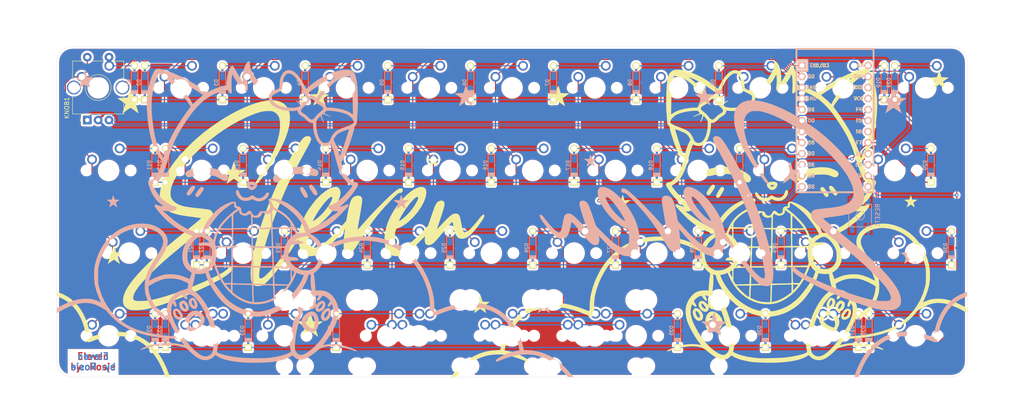
<source format=kicad_pcb>
(kicad_pcb (version 20171130) (host pcbnew "(5.1.4)-1")
  (layers (0 F.Cu signal) (31 B.Cu signal) (34 B.Paste user) (35 F.Paste user) (36 B.SilkS user) (37 F.SilkS user) (38 B.Mask user) (39 F.Mask user) (44 Edge.Cuts user))
  (net 0 "")
  (net 1 "Net-(D2-Pad2)")
  (net 2 "Net-(D3-Pad2)")
  (net 3 "Net-(D4-Pad2)")
  (net 4 "Net-(D5-Pad2)")
  (net 5 "Net-(D6-Pad2)")
  (net 6 "Net-(D7-Pad2)")
  (net 7 "Net-(D8-Pad2)")
  (net 8 "Net-(D9-Pad2)")
  (net 9 "Net-(D10-Pad2)")
  (net 10 "Net-(D11-Pad2)")
  (net 11 "Net-(D12-Pad2)")
  (net 12 "Net-(D13-Pad2)")
  (net 13 "Net-(D14-Pad2)")
  (net 14 "Net-(D15-Pad2)")
  (net 15 "Net-(D16-Pad2)")
  (net 16 "Net-(D17-Pad2)")
  (net 17 "Net-(D18-Pad2)")
  (net 18 "Net-(D19-Pad2)")
  (net 19 "Net-(D20-Pad2)")
  (net 20 "Net-(D21-Pad2)")
  (net 21 "Net-(D22-Pad2)")
  (net 22 "Net-(D23-Pad2)")
  (net 23 "Net-(D24-Pad2)")
  (net 24 "Net-(D25-Pad2)")
  (net 25 "Net-(D26-Pad2)")
  (net 26 "Net-(D27-Pad2)")
  (net 27 "Net-(D28-Pad2)")
  (net 28 "Net-(D29-Pad2)")
  (net 29 "Net-(D30-Pad2)")
  (net 30 "Net-(D31-Pad2)")
  (net 31 "Net-(D32-Pad2)")
  (net 32 "Net-(D33-Pad2)")
  (net 33 "Net-(D34-Pad2)")
  (net 34 "Net-(D35-Pad2)")
  (net 35 "Net-(D36-Pad2)")
  (net 36 "Net-(D37-Pad2)")
  (net 37 "Net-(D38-Pad2)")
  (net 38 "Net-(D39-Pad2)")
  (net 39 "Net-(PM1-Pad16)")
  (net 40 "Net-(PM1-Pad10)")
  (net 41 row1)
  (net 42 row2)
  (net 43 row3)
  (net 44 row4)
  (net 45 PM1)
  (net 46 gnd)
  (net 47 PM2)
  (net 48 M2)
  (net 49 M1)
  (net 50 col2)
  (net 51 col3)
  (net 52 col4)
  (net 53 col5)
  (net 54 col6)
  (net 55 col7)
  (net 56 col8)
  (net 57 col9)
  (net 58 col10)
  (net 59 rst)
  (net 60 raw)
  (net 61 vcc)
  (module "Eleven:eleven art 1" (layer B.Cu) (at 133.35056 54.76898 180)
    (fp_text reference G*** hide)
    (fp_text value LOGO hide)
  )
  (module "Eleven:eleven art 1" (layer F.Cu) (at 133.35056 54.76898)
    (fp_text reference G*** hide)
    (fp_text value LOGO hide)
  )
  (module MX_Only:MXOnly-1U-NoLED (layer F.Cu) (at 209.55088 26.19386)
    (fp_text reference MX10)
    (fp_text value MX-NoLED)
    (pad 2 thru_hole circle (at 2.54 -5.08) (size 2.25 2.25) (drill 1.47) (layers *.Cu B.Mask) (net 9 "Net-(D10-Pad2)"))
    (pad "" np_thru_hole circle (at 0 0) (size 3.9878 3.9878) (drill 3.9878) (layers *.Cu *.Mask))
    (pad 1 thru_hole circle (at -3.81 -2.54) (size 2.25 2.25) (drill 1.47) (layers *.Cu B.Mask) (net 58 col10))
    (pad "" np_thru_hole circle (at -5.08 0 48.0996) (size 1.75 1.75) (drill 1.75) (layers *.Cu *.Mask))
  )
  (module MX_Only:MXOnly-3U-ReversedStabilizers-NoLED (layer F.Cu) (at 161.92568 83.3441)
    (fp_text reference MX35-3u1)
    (fp_text value MX-NoLED)
    (pad 2 thru_hole circle (at 2.54 -5.08) (size 2.25 2.25) (drill 1.47) (layers *.Cu B.Mask) (net 34 "Net-(D35-Pad2)"))
    (pad 1 thru_hole circle (at -3.81 -2.54 48.1) (size 2.25 2.25) (drill 1.47) (layers *.Cu B.Mask) (net 54 col6))
    (pad "" np_thru_hole circle (at 0 0) (size 3.9878 3.9878) (drill 3.9878) (layers *.Cu *.Mask))
    (pad "" np_thru_hole circle (at -5.08 0 48.0996) (size 1.75 1.75) (drill 1.75) (layers *.Cu *.Mask))
    (pad "" np_thru_hole circle (at 5.08 0 48.0996) (size 1.75 1.75) (drill 1.75) (layers *.Cu *.Mask))
    (pad "" np_thru_hole circle (at -19.05 6.985) (size 3.048 3.048) (drill 3.048) (layers *.Cu *.Mask))
    (pad "" np_thru_hole circle (at 19.05 6.985) (size 3.048 3.048) (drill 3.048) (layers *.Cu *.Mask))
    (pad "" np_thru_hole circle (at -19.05 -8.255) (size 3.9878 3.9878) (drill 3.9878) (layers *.Cu *.Mask))
    (pad "" np_thru_hole circle (at 19.05 -8.255) (size 3.9878 3.9878) (drill 3.9878) (layers *.Cu *.Mask))
  )
  (module MX_Only:MXOnly-3U-ReversedStabilizers-NoLED (layer F.Cu) (at 104.77544 83.3441)
    (fp_text reference MX34-3u1)
    (fp_text value MX-NoLED)
    (pad 2 thru_hole circle (at 2.54 -5.08) (size 2.25 2.25) (drill 1.47) (layers *.Cu B.Mask) (net 33 "Net-(D34-Pad2)"))
    (pad 1 thru_hole circle (at -3.81 -2.54 48.1) (size 2.25 2.25) (drill 1.47) (layers *.Cu B.Mask) (net 52 col4))
    (pad "" np_thru_hole circle (at 0 0) (size 3.9878 3.9878) (drill 3.9878) (layers *.Cu *.Mask))
    (pad "" np_thru_hole circle (at -5.08 0 48.0996) (size 1.75 1.75) (drill 1.75) (layers *.Cu *.Mask))
    (pad "" np_thru_hole circle (at 5.08 0 48.0996) (size 1.75 1.75) (drill 1.75) (layers *.Cu *.Mask))
    (pad "" np_thru_hole circle (at -19.05 6.985) (size 3.048 3.048) (drill 3.048) (layers *.Cu *.Mask))
    (pad "" np_thru_hole circle (at 19.05 6.985) (size 3.048 3.048) (drill 3.048) (layers *.Cu *.Mask))
    (pad "" np_thru_hole circle (at -19.05 -8.255) (size 3.9878 3.9878) (drill 3.9878) (layers *.Cu *.Mask))
    (pad "" np_thru_hole circle (at 19.05 -8.255) (size 3.9878 3.9878) (drill 3.9878) (layers *.Cu *.Mask))
  )
  (module MX_Only:MXOnly-6U-Centered-ReversedStabilizers-NoLED (layer F.Cu) (at 133.35056 83.3441)
    (fp_text reference MX35-6u1)
    (fp_text value MX-NoLED)
    (pad "" np_thru_hole circle (at 47.625 -8.255) (size 3.9878 3.9878) (drill 3.9878) (layers *.Cu *.Mask))
    (pad "" np_thru_hole circle (at -47.625 -8.255) (size 3.9878 3.9878) (drill 3.9878) (layers *.Cu *.Mask))
    (pad "" np_thru_hole circle (at 47.625 6.985) (size 3.048 3.048) (drill 3.048) (layers *.Cu *.Mask))
    (pad "" np_thru_hole circle (at -47.625 6.985) (size 3.048 3.048) (drill 3.048) (layers *.Cu *.Mask))
    (pad "" np_thru_hole circle (at 5.08 0 48.0996) (size 1.75 1.75) (drill 1.75) (layers *.Cu *.Mask))
    (pad "" np_thru_hole circle (at -5.08 0 48.0996) (size 1.75 1.75) (drill 1.75) (layers *.Cu *.Mask))
    (pad 1 thru_hole circle (at -3.81 -2.54) (size 2.25 2.25) (drill 1.47) (layers *.Cu B.Mask) (net 54 col6))
    (pad "" np_thru_hole circle (at 0 0) (size 3.9878 3.9878) (drill 3.9878) (layers *.Cu *.Mask))
    (pad 2 thru_hole circle (at 2.54 -5.08) (size 2.25 2.25) (drill 1.47) (layers *.Cu B.Mask) (net 34 "Net-(D35-Pad2)"))
  )
  (module MX_Only:MXOnly-6.25U-ReversedStabilizers-NoLED (layer F.Cu) (at 130.9693 83.3441)
    (fp_text reference MX35-6.25u1)
    (fp_text value MX-NoLED)
    (pad 2 thru_hole circle (at 2.54 -5.08) (size 2.25 2.25) (drill 1.47) (layers *.Cu B.Mask) (net 34 "Net-(D35-Pad2)"))
    (pad "" np_thru_hole circle (at 0 0) (size 3.9878 3.9878) (drill 3.9878) (layers *.Cu *.Mask))
    (pad 1 thru_hole circle (at -3.81 -2.54) (size 2.25 2.25) (drill 1.47) (layers *.Cu B.Mask) (net 54 col6))
    (pad "" np_thru_hole circle (at -5.08 0 48.0996) (size 1.75 1.75) (drill 1.75) (layers *.Cu *.Mask))
    (pad "" np_thru_hole circle (at 5.08 0 48.0996) (size 1.75 1.75) (drill 1.75) (layers *.Cu *.Mask))
    (pad "" np_thru_hole circle (at -49.9999 6.985) (size 3.048 3.048) (drill 3.048) (layers *.Cu *.Mask))
    (pad "" np_thru_hole circle (at 49.9999 6.985) (size 3.048 3.048) (drill 3.048) (layers *.Cu *.Mask))
    (pad "" np_thru_hole circle (at -49.9999 -8.255) (size 3.9878 3.9878) (drill 3.9878) (layers *.Cu *.Mask))
    (pad "" np_thru_hole circle (at 49.9999 -8.255) (size 3.9878 3.9878) (drill 3.9878) (layers *.Cu *.Mask))
  )
  (module MX_Only:MXOnly-1.25U-NoLED (layer F.Cu) (at 202.4071 83.3441)
    (fp_text reference MX37-1.25u1)
    (fp_text value MX-NoLED)
    (pad 2 thru_hole circle (at 2.54 -5.08) (size 2.25 2.25) (drill 1.47) (layers *.Cu B.Mask) (net 36 "Net-(D37-Pad2)"))
    (pad "" np_thru_hole circle (at 0 0) (size 3.9878 3.9878) (drill 3.9878) (layers *.Cu *.Mask))
    (pad 1 thru_hole circle (at -3.81 -2.54) (size 2.25 2.25) (drill 1.47) (layers *.Cu B.Mask) (net 56 col8))
    (pad "" np_thru_hole circle (at -5.08 0 48.0996) (size 1.75 1.75) (drill 1.75) (layers *.Cu *.Mask))
    (pad "" np_thru_hole circle (at 5.08 0 48.0996) (size 1.75 1.75) (drill 1.75) (layers *.Cu *.Mask))
  )
  (module MX_Only:MXOnly-1.25U-NoLED (layer F.Cu) (at 64.29402 83.3441)
    (fp_text reference MX32-1.25u1)
    (fp_text value MX-NoLED)
    (pad 2 thru_hole circle (at 2.54 -5.08) (size 2.25 2.25) (drill 1.47) (layers *.Cu B.Mask) (net 31 "Net-(D32-Pad2)"))
    (pad "" np_thru_hole circle (at 0 0) (size 3.9878 3.9878) (drill 3.9878) (layers *.Cu *.Mask))
    (pad 1 thru_hole circle (at -3.81 -2.54) (size 2.25 2.25) (drill 1.47) (layers *.Cu B.Mask) (net 50 col2))
    (pad "" np_thru_hole circle (at -5.08 0 48.0996) (size 1.75 1.75) (drill 1.75) (layers *.Cu *.Mask))
    (pad "" np_thru_hole circle (at 5.08 0 48.0996) (size 1.75 1.75) (drill 1.75) (layers *.Cu *.Mask))
  )
  (module MX_Only:MXOnly-2U-ReversedStabilizers-NoLED (layer F.Cu) (at 152.40064 83.3441)
    (fp_text reference MX35-2u1)
    (fp_text value MX-NoLED)
    (pad 2 thru_hole circle (at 2.54 -5.08) (size 2.25 2.25) (drill 1.47) (layers *.Cu B.Mask) (net 34 "Net-(D35-Pad2)"))
    (pad "" np_thru_hole circle (at 0 0) (size 3.9878 3.9878) (drill 3.9878) (layers *.Cu *.Mask))
    (pad 1 thru_hole circle (at -3.81 -2.54) (size 2.25 2.25) (drill 1.47) (layers *.Cu B.Mask) (net 54 col6))
    (pad "" np_thru_hole circle (at -5.08 0 48.0996) (size 1.75 1.75) (drill 1.75) (layers *.Cu *.Mask))
    (pad "" np_thru_hole circle (at 5.08 0 48.0996) (size 1.75 1.75) (drill 1.75) (layers *.Cu *.Mask))
    (pad "" np_thru_hole circle (at -11.90625 6.985) (size 3.048 3.048) (drill 3.048) (layers *.Cu *.Mask))
    (pad "" np_thru_hole circle (at 11.90625 6.985) (size 3.048 3.048) (drill 3.048) (layers *.Cu *.Mask))
    (pad "" np_thru_hole circle (at -11.90625 -8.255) (size 3.9878 3.9878) (drill 3.9878) (layers *.Cu *.Mask))
    (pad "" np_thru_hole circle (at 11.90625 -8.255) (size 3.9878 3.9878) (drill 3.9878) (layers *.Cu *.Mask))
  )
  (module MX_Only:MXOnly-2.25U-ReversedStabilizers-NoLED (layer F.Cu) (at 111.91922 83.3441)
    (fp_text reference MX34-2.25u1)
    (fp_text value MX-NoLED)
    (pad 2 thru_hole circle (at 2.54 -5.08) (size 2.25 2.25) (drill 1.47) (layers *.Cu B.Mask) (net 33 "Net-(D34-Pad2)"))
    (pad "" np_thru_hole circle (at 0 0) (size 3.9878 3.9878) (drill 3.9878) (layers *.Cu *.Mask))
    (pad 1 thru_hole circle (at -3.81 -2.54) (size 2.25 2.25) (drill 1.47) (layers *.Cu B.Mask) (net 52 col4))
    (pad "" np_thru_hole circle (at -5.08 0 48.0996) (size 1.75 1.75) (drill 1.75) (layers *.Cu *.Mask))
    (pad "" np_thru_hole circle (at 5.08 0 48.0996) (size 1.75 1.75) (drill 1.75) (layers *.Cu *.Mask))
    (pad "" np_thru_hole circle (at -11.90625 6.985) (size 3.048 3.048) (drill 3.048) (layers *.Cu *.Mask))
    (pad "" np_thru_hole circle (at 11.90625 6.985) (size 3.048 3.048) (drill 3.048) (layers *.Cu *.Mask))
    (pad "" np_thru_hole circle (at -11.90625 -8.255) (size 3.9878 3.9878) (drill 3.9878) (layers *.Cu *.Mask))
    (pad "" np_thru_hole circle (at 11.90625 -8.255) (size 3.9878 3.9878) (drill 3.9878) (layers *.Cu *.Mask))
  )
  (module Rotary_Encoder:RotaryEncoder_Alps_EC11E-Switch_Vertical_H20mm_CircularMountingHoles (layer F.Cu) (at 38.10016 26.19386 90)
    (fp_text reference KNOB1 (at -4.63204 -7.2273 90) (layer F.SilkS))
    (fp_text value Rotary_Encoder_Switch)
    (pad A thru_hole rect (at -7.43204 -2.5273 90) (size 2 2) (drill 1) (layers *.Cu *.Mask) (net 45 PM1))
    (pad C thru_hole circle (at -7.43204 -0.0273 90) (size 2 2) (drill 1) (layers *.Cu *.Mask) (net 46 gnd))
    (pad B thru_hole circle (at -7.43204 2.4727 90) (size 2 2) (drill 1) (layers *.Cu *.Mask) (net 47 PM2))
    (pad MP thru_hole circle (at 0.06796 -5.6273 90) (size 3.2 3.2) (drill 2.6) (layers *.Cu *.Mask))
    (pad MP thru_hole circle (at 0.06796 5.5727 90) (size 3.2 3.2) (drill 2.6) (layers *.Cu *.Mask))
    (pad S2 thru_hole circle (at 7.06796 -2.5273 90) (size 2 2) (drill 1) (layers *.Cu *.Mask) (net 48 M2))
    (pad S1 thru_hole circle (at 7.06796 2.4727 90) (size 2 2) (drill 1) (layers *.Cu *.Mask) (net 49 M1))
  )
  (module random-keyboard-parts:SKQG-1155865 (layer B.Cu) (at 213.48192 55.62346 270)
    (fp_text reference RESET1 (at 0 -4.064 90) (layer B.SilkS) (effects (justify mirror)))
    (fp_text value SW_Push)
    (pad 4 smd rect (at -3.1 -1.85 270) (size 1.8 1.1) (layers B.Cu B.Paste B.Mask))
    (pad 3 smd rect (at 3.1 1.85 270) (size 1.8 1.1) (layers B.Cu B.Paste B.Mask))
    (pad 2 smd rect (at -3.1 1.85 270) (size 1.8 1.1) (layers B.Cu B.Paste B.Mask) (net 59 rst))
    (pad 1 smd rect (at 3.1 -1.85 270) (size 1.8 1.1) (layers B.Cu B.Paste B.Mask) (net 46 gnd))
  )
  (module keebio-parts:ArduinoProMicro (layer F.Cu) (at 207.71358 35.01644 270)
    (fp_text reference PM1 hide)
    (fp_text value ProMicro hide)
    (fp_text user ST (at -8.91 -5.04) (layer B.SilkS) (effects (font (size 0.8 0.8)) (justify mirror)))
    (fp_text user TX0/D3 (at -13.97 3.571872) (layer F.SilkS) (effects (font (size 0.8 0.8))))
    (fp_text user TX0/D3 (at -13.97 3.571872) (layer B.SilkS) (effects (font (size 0.8 0.8)) (justify mirror)))
    (fp_text user D2 (at -11.43 5.461) (layer F.SilkS) (effects (font (size 0.8 0.8))))
    (fp_text user D0 (at -1.27 5.461) (layer F.SilkS) (effects (font (size 0.8 0.8))))
    (fp_text user D1 (at -3.81 5.461) (layer F.SilkS) (effects (font (size 0.8 0.8))))
    (fp_text user GND (at -6.35 5.461) (layer F.SilkS) (effects (font (size 0.8 0.8))))
    (fp_text user GND (at -8.89 5.461) (layer F.SilkS) (effects (font (size 0.8 0.8))))
    (fp_text user D4 (at 1.27 5.461) (layer F.SilkS) (effects (font (size 0.8 0.8))))
    (fp_text user C6 (at 3.81 5.461) (layer F.SilkS) (effects (font (size 0.8 0.8))))
    (fp_text user D7 (at 6.35 5.461) (layer F.SilkS) (effects (font (size 0.8 0.8))))
    (fp_text user E6 (at 8.89 5.461) (layer F.SilkS) (effects (font (size 0.8 0.8))))
    (fp_text user B4 (at 11.43 5.461) (layer F.SilkS) (effects (font (size 0.8 0.8))))
    (fp_text user B5 (at 13.97 5.461) (layer F.SilkS) (effects (font (size 0.8 0.8))))
    (fp_text user B6 (at 13.97 -5.461) (layer F.SilkS) (effects (font (size 0.8 0.8))))
    (fp_text user B2 (at 11.43 -5.461) (layer B.SilkS) (effects (font (size 0.8 0.8)) (justify mirror)))
    (fp_text user B3 (at 8.89 -5.461) (layer F.SilkS) (effects (font (size 0.8 0.8))))
    (fp_text user B1 (at 6.35 -5.461) (layer F.SilkS) (effects (font (size 0.8 0.8))))
    (fp_text user F7 (at 3.81 -5.461) (layer B.SilkS) (effects (font (size 0.8 0.8)) (justify mirror)))
    (fp_text user F6 (at 1.27 -5.461) (layer B.SilkS) (effects (font (size 0.8 0.8)) (justify mirror)))
    (fp_text user F5 (at -1.27 -5.461) (layer B.SilkS) (effects (font (size 0.8 0.8)) (justify mirror)))
    (fp_text user F4 (at -3.81 -5.461) (layer F.SilkS) (effects (font (size 0.8 0.8))))
    (fp_text user VCC (at -6.35 -5.461) (layer F.SilkS) (effects (font (size 0.8 0.8))))
    (fp_text user ST (at -8.92 -5.73312) (layer F.SilkS) (effects (font (size 0.8 0.8))))
    (fp_text user GND (at -11.43 -5.461) (layer F.SilkS) (effects (font (size 0.8 0.8))))
    (fp_text user RAW (at -13.97 -5.461) (layer F.SilkS) (effects (font (size 0.8 0.8))))
    (fp_text user RAW (at -13.97 -5.461) (layer B.SilkS) (effects (font (size 0.8 0.8)) (justify mirror)))
    (fp_text user GND (at -11.43 -5.461) (layer B.SilkS) (effects (font (size 0.8 0.8)) (justify mirror)))
    (fp_text user VCC (at -6.35 -5.461) (layer B.SilkS) (effects (font (size 0.8 0.8)) (justify mirror)))
    (fp_text user F4 (at -3.81 -5.461) (layer B.SilkS) (effects (font (size 0.8 0.8)) (justify mirror)))
    (fp_text user F5 (at -1.27 -5.461) (layer F.SilkS) (effects (font (size 0.8 0.8))))
    (fp_text user F6 (at 1.27 -5.461) (layer F.SilkS) (effects (font (size 0.8 0.8))))
    (fp_text user F7 (at 3.81 -5.461) (layer F.SilkS) (effects (font (size 0.8 0.8))))
    (fp_text user B1 (at 6.35 -5.461) (layer B.SilkS) (effects (font (size 0.8 0.8)) (justify mirror)))
    (fp_text user B3 (at 8.89 -5.461) (layer B.SilkS) (effects (font (size 0.8 0.8)) (justify mirror)))
    (fp_text user B2 (at 11.43 -5.461) (layer F.SilkS) (effects (font (size 0.8 0.8))))
    (fp_text user B6 (at 13.97 -5.461) (layer B.SilkS) (effects (font (size 0.8 0.8)) (justify mirror)))
    (fp_text user B5 (at 13.97 5.461) (layer B.SilkS) (effects (font (size 0.8 0.8)) (justify mirror)))
    (fp_text user B4 (at 11.43 5.461) (layer B.SilkS) (effects (font (size 0.8 0.8)) (justify mirror)))
    (fp_text user E6 (at 8.89 5.461) (layer B.SilkS) (effects (font (size 0.8 0.8)) (justify mirror)))
    (fp_text user D7 (at 6.35 5.461) (layer B.SilkS) (effects (font (size 0.8 0.8)) (justify mirror)))
    (fp_text user C6 (at 3.81 5.461) (layer B.SilkS) (effects (font (size 0.8 0.8)) (justify mirror)))
    (fp_text user D4 (at 1.27 5.461) (layer B.SilkS) (effects (font (size 0.8 0.8)) (justify mirror)))
    (fp_text user GND (at -8.89 5.461) (layer B.SilkS) (effects (font (size 0.8 0.8)) (justify mirror)))
    (fp_text user GND (at -6.35 5.461) (layer B.SilkS) (effects (font (size 0.8 0.8)) (justify mirror)))
    (fp_text user D1 (at -3.81 5.461) (layer B.SilkS) (effects (font (size 0.8 0.8)) (justify mirror)))
    (fp_text user D0 (at -1.27 5.461) (layer B.SilkS) (effects (font (size 0.8 0.8)) (justify mirror)))
    (fp_text user D2 (at -11.43 5.461) (layer B.SilkS) (effects (font (size 0.8 0.8)) (justify mirror)))
    (pad 24 thru_hole circle (at -13.97 -7.62 270) (size 1.7526 1.7526) (drill 1.0922) (layers *.Cu *.SilkS *.Mask) (net 60 raw))
    (pad 12 thru_hole circle (at 13.97 7.62 270) (size 1.7526 1.7526) (drill 1.0922) (layers *.Cu *.SilkS *.Mask) (net 56 col8))
    (pad 23 thru_hole circle (at -11.43 -7.62 270) (size 1.7526 1.7526) (drill 1.0922) (layers *.Cu *.SilkS *.Mask) (net 46 gnd))
    (pad 22 thru_hole circle (at -8.89 -7.62 270) (size 1.7526 1.7526) (drill 1.0922) (layers *.Cu *.SilkS *.Mask) (net 59 rst))
    (pad 21 thru_hole circle (at -6.35 -7.62 270) (size 1.7526 1.7526) (drill 1.0922) (layers *.Cu *.SilkS *.Mask) (net 61 vcc))
    (pad 20 thru_hole circle (at -3.81 -7.62 270) (size 1.7526 1.7526) (drill 1.0922) (layers *.Cu *.SilkS *.Mask) (net 45 PM1))
    (pad 19 thru_hole circle (at -1.27 -7.62 270) (size 1.7526 1.7526) (drill 1.0922) (layers *.Cu *.SilkS *.Mask) (net 47 PM2))
    (pad 18 thru_hole circle (at 1.27 -7.62 270) (size 1.7526 1.7526) (drill 1.0922) (layers *.Cu *.SilkS *.Mask) (net 41 row1))
    (pad 17 thru_hole circle (at 3.81 -7.62 270) (size 1.7526 1.7526) (drill 1.0922) (layers *.Cu *.SilkS *.Mask) (net 42 row2))
    (pad 16 thru_hole circle (at 6.35 -7.62 270) (size 1.7526 1.7526) (drill 1.0922) (layers *.Cu *.SilkS *.Mask) (net 39 "Net-(PM1-Pad16)"))
    (pad 15 thru_hole circle (at 8.89 -7.62 270) (size 1.7526 1.7526) (drill 1.0922) (layers *.Cu *.SilkS *.Mask) (net 58 col10))
    (pad 14 thru_hole circle (at 11.43 -7.62 270) (size 1.7526 1.7526) (drill 1.0922) (layers *.Cu *.SilkS *.Mask) (net 43 row3))
    (pad 13 thru_hole circle (at 13.97 -7.62 270) (size 1.7526 1.7526) (drill 1.0922) (layers *.Cu *.SilkS *.Mask) (net 44 row4))
    (pad 11 thru_hole circle (at 11.43 7.62 270) (size 1.7526 1.7526) (drill 1.0922) (layers *.Cu *.SilkS *.Mask) (net 55 col7))
    (pad 10 thru_hole circle (at 8.89 7.62 270) (size 1.7526 1.7526) (drill 1.0922) (layers *.Cu *.SilkS *.Mask) (net 40 "Net-(PM1-Pad10)"))
    (pad 9 thru_hole circle (at 6.35 7.62 270) (size 1.7526 1.7526) (drill 1.0922) (layers *.Cu *.SilkS *.Mask) (net 57 col9))
    (pad 8 thru_hole circle (at 3.81 7.62 270) (size 1.7526 1.7526) (drill 1.0922) (layers *.Cu *.SilkS *.Mask) (net 54 col6))
    (pad 7 thru_hole circle (at 1.27 7.62 270) (size 1.7526 1.7526) (drill 1.0922) (layers *.Cu *.SilkS *.Mask) (net 53 col5))
    (pad 6 thru_hole circle (at -1.27 7.62 270) (size 1.7526 1.7526) (drill 1.0922) (layers *.Cu *.SilkS *.Mask) (net 52 col4))
    (pad 5 thru_hole circle (at -3.81 7.62 270) (size 1.7526 1.7526) (drill 1.0922) (layers *.Cu *.SilkS *.Mask) (net 51 col3))
    (pad 4 thru_hole circle (at -6.35 7.62 270) (size 1.7526 1.7526) (drill 1.0922) (layers *.Cu *.SilkS *.Mask) (net 46 gnd))
    (pad 3 thru_hole circle (at -8.89 7.62 270) (size 1.7526 1.7526) (drill 1.0922) (layers *.Cu *.SilkS *.Mask) (net 46 gnd))
    (pad 2 thru_hole circle (at -11.43 7.62 270) (size 1.7526 1.7526) (drill 1.0922) (layers *.Cu *.SilkS *.Mask) (net 50 col2))
    (pad 1 thru_hole rect (at -13.97 7.62 270) (size 1.7526 1.7526) (drill 1.0922) (layers *.Cu *.SilkS *.Mask) (net 48 M2))
  )
  (module MX_Only:MXOnly-1U-NoLED (layer F.Cu) (at 228.60096 26.19386)
    (fp_text reference MX39)
    (fp_text value MX-NoLED)
    (pad 2 thru_hole circle (at 2.54 -5.08) (size 2.25 2.25) (drill 1.47) (layers *.Cu B.Mask) (net 38 "Net-(D39-Pad2)"))
    (pad "" np_thru_hole circle (at 0 0) (size 3.9878 3.9878) (drill 3.9878) (layers *.Cu *.Mask))
    (pad 1 thru_hole circle (at -3.81 -2.54) (size 2.25 2.25) (drill 1.47) (layers *.Cu B.Mask) (net 58 col10))
    (pad "" np_thru_hole circle (at -5.08 0 48.0996) (size 1.75 1.75) (drill 1.75) (layers *.Cu *.Mask))
    (pad "" np_thru_hole circle (at 5.08 0 48.0996) (size 1.75 1.75) (drill 1.75) (layers *.Cu *.Mask))
  )
  (module MX_Only:MXOnly-1.25U-NoLED (layer F.Cu) (at 226.2197 83.3441)
    (fp_text reference MX38)
    (fp_text value MX-NoLED)
    (pad 2 thru_hole circle (at 2.54 -5.08) (size 2.25 2.25) (drill 1.47) (layers *.Cu B.Mask) (net 37 "Net-(D38-Pad2)"))
    (pad "" np_thru_hole circle (at 0 0) (size 3.9878 3.9878) (drill 3.9878) (layers *.Cu *.Mask))
    (pad 1 thru_hole circle (at -3.81 -2.54) (size 2.25 2.25) (drill 1.47) (layers *.Cu B.Mask) (net 57 col9))
    (pad "" np_thru_hole circle (at -5.08 0 48.0996) (size 1.75 1.75) (drill 1.75) (layers *.Cu *.Mask))
    (pad "" np_thru_hole circle (at 5.08 0 48.0996) (size 1.75 1.75) (drill 1.75) (layers *.Cu *.Mask))
  )
  (module MX_Only:MXOnly-1U-NoLED (layer F.Cu) (at 204.78836 83.3441)
    (fp_text reference MX37)
    (fp_text value MX-NoLED)
    (pad 2 thru_hole circle (at 2.54 -5.08) (size 2.25 2.25) (drill 1.47) (layers *.Cu B.Mask) (net 36 "Net-(D37-Pad2)"))
    (pad "" np_thru_hole circle (at 0 0) (size 3.9878 3.9878) (drill 3.9878) (layers *.Cu *.Mask))
    (pad 1 thru_hole circle (at -3.81 -2.54) (size 2.25 2.25) (drill 1.47) (layers *.Cu B.Mask) (net 56 col8))
    (pad "" np_thru_hole circle (at -5.08 0 48.0996) (size 1.75 1.75) (drill 1.75) (layers *.Cu *.Mask))
    (pad "" np_thru_hole circle (at 5.08 0 48.0996) (size 1.75 1.75) (drill 1.75) (layers *.Cu *.Mask))
  )
  (module MX_Only:MXOnly-1.25U-NoLED (layer F.Cu) (at 183.35702 83.3441)
    (fp_text reference MX36)
    (fp_text value MX-NoLED)
    (pad 2 thru_hole circle (at 2.54 -5.08) (size 2.25 2.25) (drill 1.47) (layers *.Cu B.Mask) (net 35 "Net-(D36-Pad2)"))
    (pad "" np_thru_hole circle (at 0 0) (size 3.9878 3.9878) (drill 3.9878) (layers *.Cu *.Mask))
    (pad 1 thru_hole circle (at -3.81 -2.54) (size 2.25 2.25) (drill 1.47) (layers *.Cu B.Mask) (net 55 col7))
    (pad "" np_thru_hole circle (at -5.08 0 48.0996) (size 1.75 1.75) (drill 1.75) (layers *.Cu *.Mask))
    (pad "" np_thru_hole circle (at 5.08 0 48.0996) (size 1.75 1.75) (drill 1.75) (layers *.Cu *.Mask))
  )
  (module MX_Only:MXOnly-2.25U-ReversedStabilizers-NoLED (layer F.Cu) (at 150.01938 83.3441)
    (fp_text reference MX35)
    (fp_text value MX-NoLED)
    (pad 2 thru_hole circle (at 2.54 -5.08) (size 2.25 2.25) (drill 1.47) (layers *.Cu B.Mask) (net 34 "Net-(D35-Pad2)"))
    (pad "" np_thru_hole circle (at 0 0) (size 3.9878 3.9878) (drill 3.9878) (layers *.Cu *.Mask))
    (pad 1 thru_hole circle (at -3.81 -2.54) (size 2.25 2.25) (drill 1.47) (layers *.Cu B.Mask) (net 54 col6))
    (pad "" np_thru_hole circle (at -5.08 0 48.0996) (size 1.75 1.75) (drill 1.75) (layers *.Cu *.Mask))
    (pad "" np_thru_hole circle (at 5.08 0 48.0996) (size 1.75 1.75) (drill 1.75) (layers *.Cu *.Mask))
    (pad "" np_thru_hole circle (at -11.90625 6.985) (size 3.048 3.048) (drill 3.048) (layers *.Cu *.Mask))
    (pad "" np_thru_hole circle (at 11.90625 6.985) (size 3.048 3.048) (drill 3.048) (layers *.Cu *.Mask))
    (pad "" np_thru_hole circle (at -11.90625 -8.255) (size 3.9878 3.9878) (drill 3.9878) (layers *.Cu *.Mask))
    (pad "" np_thru_hole circle (at 11.90625 -8.255) (size 3.9878 3.9878) (drill 3.9878) (layers *.Cu *.Mask))
  )
  (module MX_Only:MXOnly-2U-ReversedStabilizers-NoLED (layer F.Cu) (at 109.53796 83.3441)
    (fp_text reference MX34)
    (fp_text value MX-NoLED)
    (pad 2 thru_hole circle (at 2.54 -5.08) (size 2.25 2.25) (drill 1.47) (layers *.Cu B.Mask) (net 33 "Net-(D34-Pad2)"))
    (pad "" np_thru_hole circle (at 0 0) (size 3.9878 3.9878) (drill 3.9878) (layers *.Cu *.Mask))
    (pad 1 thru_hole circle (at -3.81 -2.54) (size 2.25 2.25) (drill 1.47) (layers *.Cu B.Mask) (net 52 col4))
    (pad "" np_thru_hole circle (at -5.08 0 48.0996) (size 1.75 1.75) (drill 1.75) (layers *.Cu *.Mask))
    (pad "" np_thru_hole circle (at 5.08 0 48.0996) (size 1.75 1.75) (drill 1.75) (layers *.Cu *.Mask))
    (pad "" np_thru_hole circle (at -11.90625 6.985) (size 3.048 3.048) (drill 3.048) (layers *.Cu *.Mask))
    (pad "" np_thru_hole circle (at 11.90625 6.985) (size 3.048 3.048) (drill 3.048) (layers *.Cu *.Mask))
    (pad "" np_thru_hole circle (at -11.90625 -8.255) (size 3.9878 3.9878) (drill 3.9878) (layers *.Cu *.Mask))
    (pad "" np_thru_hole circle (at 11.90625 -8.255) (size 3.9878 3.9878) (drill 3.9878) (layers *.Cu *.Mask))
  )
  (module MX_Only:MXOnly-1U-NoLED (layer F.Cu) (at 80.96284 83.3441)
    (fp_text reference MX33)
    (fp_text value MX-NoLED)
    (pad 2 thru_hole circle (at 2.54 -5.08) (size 2.25 2.25) (drill 1.47) (layers *.Cu B.Mask) (net 32 "Net-(D33-Pad2)"))
    (pad "" np_thru_hole circle (at 0 0) (size 3.9878 3.9878) (drill 3.9878) (layers *.Cu *.Mask))
    (pad 1 thru_hole circle (at -3.81 -2.54) (size 2.25 2.25) (drill 1.47) (layers *.Cu B.Mask) (net 51 col3))
    (pad "" np_thru_hole circle (at -5.08 0 48.0996) (size 1.75 1.75) (drill 1.75) (layers *.Cu *.Mask))
    (pad "" np_thru_hole circle (at 5.08 0 48.0996) (size 1.75 1.75) (drill 1.75) (layers *.Cu *.Mask))
  )
  (module MX_Only:MXOnly-1U-NoLED (layer F.Cu) (at 61.91276 83.3441)
    (fp_text reference MX32)
    (fp_text value MX-NoLED)
    (pad 2 thru_hole circle (at 2.54 -5.08) (size 2.25 2.25) (drill 1.47) (layers *.Cu B.Mask) (net 31 "Net-(D32-Pad2)"))
    (pad "" np_thru_hole circle (at 0 0) (size 3.9878 3.9878) (drill 3.9878) (layers *.Cu *.Mask))
    (pad 1 thru_hole circle (at -3.81 -2.54) (size 2.25 2.25) (drill 1.47) (layers *.Cu B.Mask) (net 50 col2))
    (pad "" np_thru_hole circle (at -5.08 0 48.0996) (size 1.75 1.75) (drill 1.75) (layers *.Cu *.Mask))
    (pad "" np_thru_hole circle (at 5.08 0 48.0996) (size 1.75 1.75) (drill 1.75) (layers *.Cu *.Mask))
  )
  (module MX_Only:MXOnly-1.25U-NoLED (layer F.Cu) (at 40.48142 83.3441)
    (fp_text reference MX31)
    (fp_text value MX-NoLED)
    (pad 2 thru_hole circle (at 2.54 -5.08) (size 2.25 2.25) (drill 1.47) (layers *.Cu B.Mask) (net 30 "Net-(D31-Pad2)"))
    (pad "" np_thru_hole circle (at 0 0) (size 3.9878 3.9878) (drill 3.9878) (layers *.Cu *.Mask))
    (pad 1 thru_hole circle (at -3.81 -2.54) (size 2.25 2.25) (drill 1.47) (layers *.Cu B.Mask) (net 48 M2))
    (pad "" np_thru_hole circle (at -5.08 0 48.0996) (size 1.75 1.75) (drill 1.75) (layers *.Cu *.Mask))
    (pad "" np_thru_hole circle (at 5.08 0 48.0996) (size 1.75 1.75) (drill 1.75) (layers *.Cu *.Mask))
  )
  (module MX_Only:MXOnly-1.25U-NoLED (layer F.Cu) (at 226.2197 64.29402)
    (fp_text reference MX30)
    (fp_text value MX-NoLED)
    (pad 2 thru_hole circle (at 2.54 -5.08) (size 2.25 2.25) (drill 1.47) (layers *.Cu B.Mask) (net 29 "Net-(D30-Pad2)"))
    (pad "" np_thru_hole circle (at 0 0) (size 3.9878 3.9878) (drill 3.9878) (layers *.Cu *.Mask))
    (pad 1 thru_hole circle (at -3.81 -2.54) (size 2.25 2.25) (drill 1.47) (layers *.Cu B.Mask) (net 58 col10))
    (pad "" np_thru_hole circle (at -5.08 0 48.0996) (size 1.75 1.75) (drill 1.75) (layers *.Cu *.Mask))
    (pad "" np_thru_hole circle (at 5.08 0 48.0996) (size 1.75 1.75) (drill 1.75) (layers *.Cu *.Mask))
  )
  (module MX_Only:MXOnly-1U-NoLED (layer F.Cu) (at 204.78836 64.29402)
    (fp_text reference MX29)
    (fp_text value MX-NoLED)
    (pad 2 thru_hole circle (at 2.54 -5.08) (size 2.25 2.25) (drill 1.47) (layers *.Cu B.Mask) (net 28 "Net-(D29-Pad2)"))
    (pad "" np_thru_hole circle (at 0 0) (size 3.9878 3.9878) (drill 3.9878) (layers *.Cu *.Mask))
    (pad 1 thru_hole circle (at -3.81 -2.54) (size 2.25 2.25) (drill 1.47) (layers *.Cu B.Mask) (net 57 col9))
    (pad "" np_thru_hole circle (at -5.08 0 48.0996) (size 1.75 1.75) (drill 1.75) (layers *.Cu *.Mask))
    (pad "" np_thru_hole circle (at 5.08 0 48.0996) (size 1.75 1.75) (drill 1.75) (layers *.Cu *.Mask))
  )
  (module MX_Only:MXOnly-1U-NoLED (layer F.Cu) (at 185.73828 64.29402)
    (fp_text reference MX28)
    (fp_text value MX-NoLED)
    (pad 2 thru_hole circle (at 2.54 -5.08) (size 2.25 2.25) (drill 1.47) (layers *.Cu B.Mask) (net 27 "Net-(D28-Pad2)"))
    (pad "" np_thru_hole circle (at 0 0) (size 3.9878 3.9878) (drill 3.9878) (layers *.Cu *.Mask))
    (pad 1 thru_hole circle (at -3.81 -2.54) (size 2.25 2.25) (drill 1.47) (layers *.Cu B.Mask) (net 56 col8))
    (pad "" np_thru_hole circle (at -5.08 0 48.0996) (size 1.75 1.75) (drill 1.75) (layers *.Cu *.Mask))
    (pad "" np_thru_hole circle (at 5.08 0 48.0996) (size 1.75 1.75) (drill 1.75) (layers *.Cu *.Mask))
  )
  (module MX_Only:MXOnly-1U-NoLED (layer F.Cu) (at 166.6882 64.29402)
    (fp_text reference MX27)
    (fp_text value MX-NoLED)
    (pad 2 thru_hole circle (at 2.54 -5.08) (size 2.25 2.25) (drill 1.47) (layers *.Cu B.Mask) (net 26 "Net-(D27-Pad2)"))
    (pad "" np_thru_hole circle (at 0 0) (size 3.9878 3.9878) (drill 3.9878) (layers *.Cu *.Mask))
    (pad 1 thru_hole circle (at -3.81 -2.54) (size 2.25 2.25) (drill 1.47) (layers *.Cu B.Mask) (net 55 col7))
    (pad "" np_thru_hole circle (at -5.08 0 48.0996) (size 1.75 1.75) (drill 1.75) (layers *.Cu *.Mask))
    (pad "" np_thru_hole circle (at 5.08 0 48.0996) (size 1.75 1.75) (drill 1.75) (layers *.Cu *.Mask))
  )
  (module MX_Only:MXOnly-1U-NoLED (layer F.Cu) (at 147.63812 64.29402)
    (fp_text reference MX26)
    (fp_text value MX-NoLED)
    (pad 2 thru_hole circle (at 2.54 -5.08) (size 2.25 2.25) (drill 1.47) (layers *.Cu B.Mask) (net 25 "Net-(D26-Pad2)"))
    (pad "" np_thru_hole circle (at 0 0) (size 3.9878 3.9878) (drill 3.9878) (layers *.Cu *.Mask))
    (pad 1 thru_hole circle (at -3.81 -2.54) (size 2.25 2.25) (drill 1.47) (layers *.Cu B.Mask) (net 54 col6))
    (pad "" np_thru_hole circle (at -5.08 0 48.0996) (size 1.75 1.75) (drill 1.75) (layers *.Cu *.Mask))
    (pad "" np_thru_hole circle (at 5.08 0 48.0996) (size 1.75 1.75) (drill 1.75) (layers *.Cu *.Mask))
  )
  (module MX_Only:MXOnly-1U-NoLED (layer F.Cu) (at 128.58804 64.29402)
    (fp_text reference MX25)
    (fp_text value MX-NoLED)
    (pad 2 thru_hole circle (at 2.54 -5.08) (size 2.25 2.25) (drill 1.47) (layers *.Cu B.Mask) (net 24 "Net-(D25-Pad2)"))
    (pad "" np_thru_hole circle (at 0 0) (size 3.9878 3.9878) (drill 3.9878) (layers *.Cu *.Mask))
    (pad 1 thru_hole circle (at -3.81 -2.54) (size 2.25 2.25) (drill 1.47) (layers *.Cu B.Mask) (net 53 col5))
    (pad "" np_thru_hole circle (at -5.08 0 48.0996) (size 1.75 1.75) (drill 1.75) (layers *.Cu *.Mask))
    (pad "" np_thru_hole circle (at 5.08 0 48.0996) (size 1.75 1.75) (drill 1.75) (layers *.Cu *.Mask))
  )
  (module MX_Only:MXOnly-1U-NoLED (layer F.Cu) (at 109.53796 64.29402)
    (fp_text reference MX24)
    (fp_text value MX-NoLED)
    (pad 2 thru_hole circle (at 2.54 -5.08) (size 2.25 2.25) (drill 1.47) (layers *.Cu B.Mask) (net 23 "Net-(D24-Pad2)"))
    (pad "" np_thru_hole circle (at 0 0) (size 3.9878 3.9878) (drill 3.9878) (layers *.Cu *.Mask))
    (pad 1 thru_hole circle (at -3.81 -2.54) (size 2.25 2.25) (drill 1.47) (layers *.Cu B.Mask) (net 52 col4))
    (pad "" np_thru_hole circle (at -5.08 0 48.0996) (size 1.75 1.75) (drill 1.75) (layers *.Cu *.Mask))
    (pad "" np_thru_hole circle (at 5.08 0 48.0996) (size 1.75 1.75) (drill 1.75) (layers *.Cu *.Mask))
  )
  (module MX_Only:MXOnly-1U-NoLED (layer F.Cu) (at 90.48788 64.29402)
    (fp_text reference MX23)
    (fp_text value MX-NoLED)
    (pad 2 thru_hole circle (at 2.54 -5.08) (size 2.25 2.25) (drill 1.47) (layers *.Cu B.Mask) (net 22 "Net-(D23-Pad2)"))
    (pad "" np_thru_hole circle (at 0 0) (size 3.9878 3.9878) (drill 3.9878) (layers *.Cu *.Mask))
    (pad 1 thru_hole circle (at -3.81 -2.54) (size 2.25 2.25) (drill 1.47) (layers *.Cu B.Mask) (net 51 col3))
    (pad "" np_thru_hole circle (at -5.08 0 48.0996) (size 1.75 1.75) (drill 1.75) (layers *.Cu *.Mask))
    (pad "" np_thru_hole circle (at 5.08 0 48.0996) (size 1.75 1.75) (drill 1.75) (layers *.Cu *.Mask))
  )
  (module MX_Only:MXOnly-1U-NoLED (layer F.Cu) (at 71.4378 64.29402)
    (fp_text reference MX22)
    (fp_text value MX-NoLED)
    (pad 2 thru_hole circle (at 2.54 -5.08) (size 2.25 2.25) (drill 1.47) (layers *.Cu B.Mask) (net 21 "Net-(D22-Pad2)"))
    (pad "" np_thru_hole circle (at 0 0) (size 3.9878 3.9878) (drill 3.9878) (layers *.Cu *.Mask))
    (pad 1 thru_hole circle (at -3.81 -2.54) (size 2.25 2.25) (drill 1.47) (layers *.Cu B.Mask) (net 50 col2))
    (pad "" np_thru_hole circle (at -5.08 0 48.0996) (size 1.75 1.75) (drill 1.75) (layers *.Cu *.Mask))
    (pad "" np_thru_hole circle (at 5.08 0 48.0996) (size 1.75 1.75) (drill 1.75) (layers *.Cu *.Mask))
  )
  (module MX_Only:MXOnly-1.75U-NoLED (layer F.Cu) (at 45.24394 64.29402)
    (fp_text reference MX21)
    (fp_text value MX-NoLED)
    (pad 2 thru_hole circle (at 2.54 -5.08) (size 2.25 2.25) (drill 1.47) (layers *.Cu B.Mask) (net 20 "Net-(D21-Pad2)"))
    (pad "" np_thru_hole circle (at 0 0) (size 3.9878 3.9878) (drill 3.9878) (layers *.Cu *.Mask))
    (pad 1 thru_hole circle (at -3.81 -2.54) (size 2.25 2.25) (drill 1.47) (layers *.Cu B.Mask) (net 48 M2))
    (pad "" np_thru_hole circle (at -5.08 0 48.0996) (size 1.75 1.75) (drill 1.75) (layers *.Cu *.Mask))
    (pad "" np_thru_hole circle (at 5.08 0 48.0996) (size 1.75 1.75) (drill 1.75) (layers *.Cu *.Mask))
  )
  (module MX_Only:MXOnly-1.75U-NoLED (layer F.Cu) (at 221.45718 45.24394)
    (fp_text reference MX20)
    (fp_text value MX-NoLED)
    (pad 2 thru_hole circle (at 2.54 -5.08) (size 2.25 2.25) (drill 1.47) (layers *.Cu B.Mask) (net 19 "Net-(D20-Pad2)"))
    (pad "" np_thru_hole circle (at 0 0) (size 3.9878 3.9878) (drill 3.9878) (layers *.Cu *.Mask))
    (pad 1 thru_hole circle (at -3.81 -2.54) (size 2.25 2.25) (drill 1.47) (layers *.Cu B.Mask) (net 58 col10))
    (pad "" np_thru_hole circle (at -5.08 0 48.0996) (size 1.75 1.75) (drill 1.75) (layers *.Cu *.Mask))
    (pad "" np_thru_hole circle (at 5.08 0 48.0996) (size 1.75 1.75) (drill 1.75) (layers *.Cu *.Mask))
  )
  (module MX_Only:MXOnly-1U-NoLED (layer F.Cu) (at 195.26332 45.24394)
    (fp_text reference MX19)
    (fp_text value MX-NoLED)
    (pad 2 thru_hole circle (at 2.54 -5.08) (size 2.25 2.25) (drill 1.47) (layers *.Cu B.Mask) (net 18 "Net-(D19-Pad2)"))
    (pad "" np_thru_hole circle (at 0 0) (size 3.9878 3.9878) (drill 3.9878) (layers *.Cu *.Mask))
    (pad 1 thru_hole circle (at -3.81 -2.54) (size 2.25 2.25) (drill 1.47) (layers *.Cu B.Mask) (net 57 col9))
    (pad "" np_thru_hole circle (at -5.08 0 48.0996) (size 1.75 1.75) (drill 1.75) (layers *.Cu *.Mask))
    (pad "" np_thru_hole circle (at 5.08 0 48.0996) (size 1.75 1.75) (drill 1.75) (layers *.Cu *.Mask))
  )
  (module MX_Only:MXOnly-1U-NoLED (layer F.Cu) (at 176.21324 45.24394)
    (fp_text reference MX18)
    (fp_text value MX-NoLED)
    (pad 2 thru_hole circle (at 2.54 -5.08) (size 2.25 2.25) (drill 1.47) (layers *.Cu B.Mask) (net 17 "Net-(D18-Pad2)"))
    (pad "" np_thru_hole circle (at 0 0) (size 3.9878 3.9878) (drill 3.9878) (layers *.Cu *.Mask))
    (pad 1 thru_hole circle (at -3.81 -2.54) (size 2.25 2.25) (drill 1.47) (layers *.Cu B.Mask) (net 56 col8))
    (pad "" np_thru_hole circle (at -5.08 0 48.0996) (size 1.75 1.75) (drill 1.75) (layers *.Cu *.Mask))
    (pad "" np_thru_hole circle (at 5.08 0 48.0996) (size 1.75 1.75) (drill 1.75) (layers *.Cu *.Mask))
  )
  (module MX_Only:MXOnly-1U-NoLED (layer F.Cu) (at 157.16316 45.24394)
    (fp_text reference MX17)
    (fp_text value MX-NoLED)
    (pad 2 thru_hole circle (at 2.54 -5.08) (size 2.25 2.25) (drill 1.47) (layers *.Cu B.Mask) (net 16 "Net-(D17-Pad2)"))
    (pad "" np_thru_hole circle (at 0 0) (size 3.9878 3.9878) (drill 3.9878) (layers *.Cu *.Mask))
    (pad 1 thru_hole circle (at -3.81 -2.54) (size 2.25 2.25) (drill 1.47) (layers *.Cu B.Mask) (net 55 col7))
    (pad "" np_thru_hole circle (at -5.08 0 48.0996) (size 1.75 1.75) (drill 1.75) (layers *.Cu *.Mask))
    (pad "" np_thru_hole circle (at 5.08 0 48.0996) (size 1.75 1.75) (drill 1.75) (layers *.Cu *.Mask))
  )
  (module MX_Only:MXOnly-1U-NoLED (layer F.Cu) (at 138.11308 45.24394)
    (fp_text reference MX16)
    (fp_text value MX-NoLED)
    (pad 2 thru_hole circle (at 2.54 -5.08) (size 2.25 2.25) (drill 1.47) (layers *.Cu B.Mask) (net 15 "Net-(D16-Pad2)"))
    (pad "" np_thru_hole circle (at 0 0) (size 3.9878 3.9878) (drill 3.9878) (layers *.Cu *.Mask))
    (pad 1 thru_hole circle (at -3.81 -2.54) (size 2.25 2.25) (drill 1.47) (layers *.Cu B.Mask) (net 54 col6))
    (pad "" np_thru_hole circle (at -5.08 0 48.0996) (size 1.75 1.75) (drill 1.75) (layers *.Cu *.Mask))
    (pad "" np_thru_hole circle (at 5.08 0 48.0996) (size 1.75 1.75) (drill 1.75) (layers *.Cu *.Mask))
  )
  (module MX_Only:MXOnly-1U-NoLED (layer F.Cu) (at 119.063 45.24394)
    (fp_text reference MX15)
    (fp_text value MX-NoLED)
    (pad 2 thru_hole circle (at 2.54 -5.08) (size 2.25 2.25) (drill 1.47) (layers *.Cu B.Mask) (net 14 "Net-(D15-Pad2)"))
    (pad "" np_thru_hole circle (at 0 0) (size 3.9878 3.9878) (drill 3.9878) (layers *.Cu *.Mask))
    (pad 1 thru_hole circle (at -3.81 -2.54) (size 2.25 2.25) (drill 1.47) (layers *.Cu B.Mask) (net 53 col5))
    (pad "" np_thru_hole circle (at -5.08 0 48.0996) (size 1.75 1.75) (drill 1.75) (layers *.Cu *.Mask))
    (pad "" np_thru_hole circle (at 5.08 0 48.0996) (size 1.75 1.75) (drill 1.75) (layers *.Cu *.Mask))
  )
  (module MX_Only:MXOnly-1U-NoLED (layer F.Cu) (at 100.01292 45.24394)
    (fp_text reference MX14)
    (fp_text value MX-NoLED)
    (pad 2 thru_hole circle (at 2.54 -5.08) (size 2.25 2.25) (drill 1.47) (layers *.Cu B.Mask) (net 13 "Net-(D14-Pad2)"))
    (pad "" np_thru_hole circle (at 0 0) (size 3.9878 3.9878) (drill 3.9878) (layers *.Cu *.Mask))
    (pad 1 thru_hole circle (at -3.81 -2.54) (size 2.25 2.25) (drill 1.47) (layers *.Cu B.Mask) (net 52 col4))
    (pad "" np_thru_hole circle (at -5.08 0 48.0996) (size 1.75 1.75) (drill 1.75) (layers *.Cu *.Mask))
    (pad "" np_thru_hole circle (at 5.08 0 48.0996) (size 1.75 1.75) (drill 1.75) (layers *.Cu *.Mask))
  )
  (module MX_Only:MXOnly-1U-NoLED (layer F.Cu) (at 80.96284 45.24394)
    (fp_text reference MX13)
    (fp_text value MX-NoLED)
    (pad 2 thru_hole circle (at 2.54 -5.08) (size 2.25 2.25) (drill 1.47) (layers *.Cu B.Mask) (net 12 "Net-(D13-Pad2)"))
    (pad "" np_thru_hole circle (at 0 0) (size 3.9878 3.9878) (drill 3.9878) (layers *.Cu *.Mask))
    (pad 1 thru_hole circle (at -3.81 -2.54) (size 2.25 2.25) (drill 1.47) (layers *.Cu B.Mask) (net 51 col3))
    (pad "" np_thru_hole circle (at -5.08 0 48.0996) (size 1.75 1.75) (drill 1.75) (layers *.Cu *.Mask))
    (pad "" np_thru_hole circle (at 5.08 0 48.0996) (size 1.75 1.75) (drill 1.75) (layers *.Cu *.Mask))
  )
  (module MX_Only:MXOnly-1U-NoLED (layer F.Cu) (at 61.91276 45.24394)
    (fp_text reference MX12)
    (fp_text value MX-NoLED)
    (pad 2 thru_hole circle (at 2.54 -5.08) (size 2.25 2.25) (drill 1.47) (layers *.Cu B.Mask) (net 11 "Net-(D12-Pad2)"))
    (pad "" np_thru_hole circle (at 0 0) (size 3.9878 3.9878) (drill 3.9878) (layers *.Cu *.Mask))
    (pad 1 thru_hole circle (at -3.81 -2.54) (size 2.25 2.25) (drill 1.47) (layers *.Cu B.Mask) (net 50 col2))
    (pad "" np_thru_hole circle (at -5.08 0 48.0996) (size 1.75 1.75) (drill 1.75) (layers *.Cu *.Mask))
    (pad "" np_thru_hole circle (at 5.08 0 48.0996) (size 1.75 1.75) (drill 1.75) (layers *.Cu *.Mask))
  )
  (module MX_Only:MXOnly-1.25U-NoLED (layer F.Cu) (at 40.48142 45.24394)
    (fp_text reference MX11)
    (fp_text value MX-NoLED)
    (pad 2 thru_hole circle (at 2.54 -5.08) (size 2.25 2.25) (drill 1.47) (layers *.Cu B.Mask) (net 10 "Net-(D11-Pad2)"))
    (pad "" np_thru_hole circle (at 0 0) (size 3.9878 3.9878) (drill 3.9878) (layers *.Cu *.Mask))
    (pad 1 thru_hole circle (at -3.81 -2.54) (size 2.25 2.25) (drill 1.47) (layers *.Cu B.Mask) (net 48 M2))
    (pad "" np_thru_hole circle (at -5.08 0 48.0996) (size 1.75 1.75) (drill 1.75) (layers *.Cu *.Mask))
    (pad "" np_thru_hole circle (at 5.08 0 48.0996) (size 1.75 1.75) (drill 1.75) (layers *.Cu *.Mask))
  )
  (module MX_Only:MXOnly-1U-NoLED (layer F.Cu) (at 190.5008 26.19386)
    (fp_text reference MX9)
    (fp_text value MX-NoLED)
    (pad 2 thru_hole circle (at 2.54 -5.08) (size 2.25 2.25) (drill 1.47) (layers *.Cu B.Mask) (net 8 "Net-(D9-Pad2)"))
    (pad "" np_thru_hole circle (at 0 0) (size 3.9878 3.9878) (drill 3.9878) (layers *.Cu *.Mask))
    (pad 1 thru_hole circle (at -3.81 -2.54) (size 2.25 2.25) (drill 1.47) (layers *.Cu B.Mask) (net 57 col9))
    (pad "" np_thru_hole circle (at -5.08 0 48.0996) (size 1.75 1.75) (drill 1.75) (layers *.Cu *.Mask))
    (pad "" np_thru_hole circle (at 5.08 0 48.0996) (size 1.75 1.75) (drill 1.75) (layers *.Cu *.Mask))
  )
  (module MX_Only:MXOnly-1U-NoLED (layer F.Cu) (at 171.45072 26.19386)
    (fp_text reference MX8)
    (fp_text value MX-NoLED)
    (pad 2 thru_hole circle (at 2.54 -5.08) (size 2.25 2.25) (drill 1.47) (layers *.Cu B.Mask) (net 7 "Net-(D8-Pad2)"))
    (pad "" np_thru_hole circle (at 0 0) (size 3.9878 3.9878) (drill 3.9878) (layers *.Cu *.Mask))
    (pad 1 thru_hole circle (at -3.81 -2.54) (size 2.25 2.25) (drill 1.47) (layers *.Cu B.Mask) (net 56 col8))
    (pad "" np_thru_hole circle (at -5.08 0 48.0996) (size 1.75 1.75) (drill 1.75) (layers *.Cu *.Mask))
    (pad "" np_thru_hole circle (at 5.08 0 48.0996) (size 1.75 1.75) (drill 1.75) (layers *.Cu *.Mask))
  )
  (module MX_Only:MXOnly-1U-NoLED (layer F.Cu) (at 152.40064 26.19386)
    (fp_text reference MX7)
    (fp_text value MX-NoLED)
    (pad 2 thru_hole circle (at 2.54 -5.08) (size 2.25 2.25) (drill 1.47) (layers *.Cu B.Mask) (net 6 "Net-(D7-Pad2)"))
    (pad "" np_thru_hole circle (at 0 0) (size 3.9878 3.9878) (drill 3.9878) (layers *.Cu *.Mask))
    (pad 1 thru_hole circle (at -3.81 -2.54) (size 2.25 2.25) (drill 1.47) (layers *.Cu B.Mask) (net 55 col7))
    (pad "" np_thru_hole circle (at -5.08 0 48.0996) (size 1.75 1.75) (drill 1.75) (layers *.Cu *.Mask))
    (pad "" np_thru_hole circle (at 5.08 0 48.0996) (size 1.75 1.75) (drill 1.75) (layers *.Cu *.Mask))
  )
  (module MX_Only:MXOnly-1U-NoLED (layer F.Cu) (at 133.35056 26.19386)
    (fp_text reference MX6)
    (fp_text value MX-NoLED)
    (pad 2 thru_hole circle (at 2.54 -5.08) (size 2.25 2.25) (drill 1.47) (layers *.Cu B.Mask) (net 5 "Net-(D6-Pad2)"))
    (pad "" np_thru_hole circle (at 0 0) (size 3.9878 3.9878) (drill 3.9878) (layers *.Cu *.Mask))
    (pad 1 thru_hole circle (at -3.81 -2.54) (size 2.25 2.25) (drill 1.47) (layers *.Cu B.Mask) (net 54 col6))
    (pad "" np_thru_hole circle (at -5.08 0 48.0996) (size 1.75 1.75) (drill 1.75) (layers *.Cu *.Mask))
    (pad "" np_thru_hole circle (at 5.08 0 48.0996) (size 1.75 1.75) (drill 1.75) (layers *.Cu *.Mask))
  )
  (module MX_Only:MXOnly-1U-NoLED (layer F.Cu) (at 114.30048 26.19386)
    (fp_text reference MX5)
    (fp_text value MX-NoLED)
    (pad 2 thru_hole circle (at 2.54 -5.08) (size 2.25 2.25) (drill 1.47) (layers *.Cu B.Mask) (net 4 "Net-(D5-Pad2)"))
    (pad "" np_thru_hole circle (at 0 0) (size 3.9878 3.9878) (drill 3.9878) (layers *.Cu *.Mask))
    (pad 1 thru_hole circle (at -3.81 -2.54) (size 2.25 2.25) (drill 1.47) (layers *.Cu B.Mask) (net 53 col5))
    (pad "" np_thru_hole circle (at -5.08 0 48.0996) (size 1.75 1.75) (drill 1.75) (layers *.Cu *.Mask))
    (pad "" np_thru_hole circle (at 5.08 0 48.0996) (size 1.75 1.75) (drill 1.75) (layers *.Cu *.Mask))
  )
  (module MX_Only:MXOnly-1U-NoLED (layer F.Cu) (at 95.2504 26.19386)
    (fp_text reference MX4)
    (fp_text value MX-NoLED)
    (pad 2 thru_hole circle (at 2.54 -5.08) (size 2.25 2.25) (drill 1.47) (layers *.Cu B.Mask) (net 3 "Net-(D4-Pad2)"))
    (pad "" np_thru_hole circle (at 0 0) (size 3.9878 3.9878) (drill 3.9878) (layers *.Cu *.Mask))
    (pad 1 thru_hole circle (at -3.81 -2.54) (size 2.25 2.25) (drill 1.47) (layers *.Cu B.Mask) (net 52 col4))
    (pad "" np_thru_hole circle (at -5.08 0 48.0996) (size 1.75 1.75) (drill 1.75) (layers *.Cu *.Mask))
    (pad "" np_thru_hole circle (at 5.08 0 48.0996) (size 1.75 1.75) (drill 1.75) (layers *.Cu *.Mask))
  )
  (module MX_Only:MXOnly-1U-NoLED (layer F.Cu) (at 76.20032 26.19386)
    (fp_text reference MX3)
    (fp_text value MX-NoLED)
    (pad 2 thru_hole circle (at 2.54 -5.08) (size 2.25 2.25) (drill 1.47) (layers *.Cu B.Mask) (net 2 "Net-(D3-Pad2)"))
    (pad "" np_thru_hole circle (at 0 0) (size 3.9878 3.9878) (drill 3.9878) (layers *.Cu *.Mask))
    (pad 1 thru_hole circle (at -3.81 -2.54) (size 2.25 2.25) (drill 1.47) (layers *.Cu B.Mask) (net 51 col3))
    (pad "" np_thru_hole circle (at -5.08 0 48.0996) (size 1.75 1.75) (drill 1.75) (layers *.Cu *.Mask))
    (pad "" np_thru_hole circle (at 5.08 0 48.0996) (size 1.75 1.75) (drill 1.75) (layers *.Cu *.Mask))
  )
  (module MX_Only:MXOnly-1U-NoLED (layer F.Cu) (at 57.15024 26.19386)
    (fp_text reference MX2)
    (fp_text value MX-NoLED)
    (pad 2 thru_hole circle (at 2.54 -5.08) (size 2.25 2.25) (drill 1.47) (layers *.Cu B.Mask) (net 1 "Net-(D2-Pad2)"))
    (pad "" np_thru_hole circle (at 0 0) (size 3.9878 3.9878) (drill 3.9878) (layers *.Cu *.Mask))
    (pad 1 thru_hole circle (at -3.81 -2.54) (size 2.25 2.25) (drill 1.47) (layers *.Cu B.Mask) (net 50 col2))
    (pad "" np_thru_hole circle (at -5.08 0 48.0996) (size 1.75 1.75) (drill 1.75) (layers *.Cu *.Mask))
    (pad "" np_thru_hole circle (at 5.08 0 48.0996) (size 1.75 1.75) (drill 1.75) (layers *.Cu *.Mask))
  )
  (module MX_Only:MXOnly-1U-NoLED (layer F.Cu) (at 38.10016 26.19386)
    (fp_text reference MX1)
    (fp_text value MX-NoLED)
    (pad 2 thru_hole circle (at 2.54 -5.08) (size 2.25 2.25) (drill 1.47) (layers *.Cu B.Mask) (net 49 M1))
    (pad "" np_thru_hole circle (at 0 0) (size 3.9878 3.9878) (drill 3.9878) (layers *.Cu *.Mask))
    (pad 1 thru_hole circle (at -3.81 -2.54) (size 2.25 2.25) (drill 1.47) (layers *.Cu B.Mask) (net 48 M2))
    (pad "" np_thru_hole circle (at -5.08 0 48.0996) (size 1.75 1.75) (drill 1.75) (layers *.Cu *.Mask))
    (pad "" np_thru_hole circle (at 5.08 0 48.0996) (size 1.75 1.75) (drill 1.75) (layers *.Cu *.Mask))
  )
  (module keebio-parts:Diode-Hybrid-Back (layer F.Cu) (at 221.45718 25.00323 270)
    (fp_text reference D39 (at -0.0254 1.4 90) (layer B.SilkS) (effects (font (size 0.8 0.8)) (justify mirror)))
    (fp_text value D_Small hide)
    (pad 1 thru_hole rect (at 3.9 0 270) (size 1.6 1.6) (drill 1) (layers *.Cu *.Mask F.SilkS) (net 44 row4))
    (pad 2 thru_hole circle (at -3.9 0 270) (size 1.6 1.6) (drill 1) (layers *.Cu *.Mask F.SilkS) (net 38 "Net-(D39-Pad2)"))
    (pad 1 smd rect (at 2.5 0 270) (size 2.9 0.5) (layers B.Cu) (net 44 row4))
    (pad 1 smd rect (at 1.4 0 270) (size 1.6 1.2) (layers B.Cu B.Paste B.Mask) (net 44 row4))
    (pad 2 smd rect (at -1.4 0 270) (size 1.6 1.2) (layers B.Cu B.Paste B.Mask) (net 38 "Net-(D39-Pad2)"))
    (pad 2 smd rect (at -2.5 0 270) (size 2.9 0.5) (layers B.Cu) (net 38 "Net-(D39-Pad2)"))
  )
  (module keebio-parts:Diode-Hybrid-Back (layer F.Cu) (at 215.50403 82.15347 270)
    (fp_text reference D38 (at -0.0254 1.4 90) (layer B.SilkS) (effects (font (size 0.8 0.8)) (justify mirror)))
    (fp_text value D_Small hide)
    (pad 1 thru_hole rect (at 3.9 0 270) (size 1.6 1.6) (drill 1) (layers *.Cu *.Mask F.SilkS) (net 44 row4))
    (pad 2 thru_hole circle (at -3.9 0 270) (size 1.6 1.6) (drill 1) (layers *.Cu *.Mask F.SilkS) (net 37 "Net-(D38-Pad2)"))
    (pad 1 smd rect (at 2.5 0 270) (size 2.9 0.5) (layers B.Cu) (net 44 row4))
    (pad 1 smd rect (at 1.4 0 270) (size 1.6 1.2) (layers B.Cu B.Paste B.Mask) (net 44 row4))
    (pad 2 smd rect (at -1.4 0 270) (size 1.6 1.2) (layers B.Cu B.Paste B.Mask) (net 37 "Net-(D38-Pad2)"))
    (pad 2 smd rect (at -2.5 0 270) (size 2.9 0.5) (layers B.Cu) (net 37 "Net-(D38-Pad2)"))
  )
  (module keebio-parts:Diode-Hybrid-Back (layer F.Cu) (at 213.12277 82.15347 270)
    (fp_text reference D37 (at -0.0254 1.4 90) (layer B.SilkS) (effects (font (size 0.8 0.8)) (justify mirror)))
    (fp_text value D_Small hide)
    (pad 1 thru_hole rect (at 3.9 0 270) (size 1.6 1.6) (drill 1) (layers *.Cu *.Mask F.SilkS) (net 44 row4))
    (pad 2 thru_hole circle (at -3.9 0 270) (size 1.6 1.6) (drill 1) (layers *.Cu *.Mask F.SilkS) (net 36 "Net-(D37-Pad2)"))
    (pad 1 smd rect (at 2.5 0 270) (size 2.9 0.5) (layers B.Cu) (net 44 row4))
    (pad 1 smd rect (at 1.4 0 270) (size 1.6 1.2) (layers B.Cu B.Paste B.Mask) (net 44 row4))
    (pad 2 smd rect (at -1.4 0 270) (size 1.6 1.2) (layers B.Cu B.Paste B.Mask) (net 36 "Net-(D37-Pad2)"))
    (pad 2 smd rect (at -2.5 0 270) (size 2.9 0.5) (layers B.Cu) (net 36 "Net-(D37-Pad2)"))
  )
  (module keebio-parts:Diode-Hybrid-Back (layer F.Cu) (at 191.69143 82.15347 270)
    (fp_text reference D36 (at -0.0254 1.4 90) (layer B.SilkS) (effects (font (size 0.8 0.8)) (justify mirror)))
    (fp_text value D_Small hide)
    (pad 1 thru_hole rect (at 3.9 0 270) (size 1.6 1.6) (drill 1) (layers *.Cu *.Mask F.SilkS) (net 44 row4))
    (pad 2 thru_hole circle (at -3.9 0 270) (size 1.6 1.6) (drill 1) (layers *.Cu *.Mask F.SilkS) (net 35 "Net-(D36-Pad2)"))
    (pad 1 smd rect (at 2.5 0 270) (size 2.9 0.5) (layers B.Cu) (net 44 row4))
    (pad 1 smd rect (at 1.4 0 270) (size 1.6 1.2) (layers B.Cu B.Paste B.Mask) (net 44 row4))
    (pad 2 smd rect (at -1.4 0 270) (size 1.6 1.2) (layers B.Cu B.Paste B.Mask) (net 35 "Net-(D36-Pad2)"))
    (pad 2 smd rect (at -2.5 0 270) (size 2.9 0.5) (layers B.Cu) (net 35 "Net-(D36-Pad2)"))
  )
  (module keebio-parts:Diode-Hybrid-Back (layer F.Cu) (at 171.45072 82.15347 270)
    (fp_text reference D35 (at -0.0254 1.4 90) (layer B.SilkS) (effects (font (size 0.8 0.8)) (justify mirror)))
    (fp_text value D_Small hide)
    (pad 1 thru_hole rect (at 3.9 0 270) (size 1.6 1.6) (drill 1) (layers *.Cu *.Mask F.SilkS) (net 44 row4))
    (pad 2 thru_hole circle (at -3.9 0 270) (size 1.6 1.6) (drill 1) (layers *.Cu *.Mask F.SilkS) (net 34 "Net-(D35-Pad2)"))
    (pad 1 smd rect (at 2.5 0 270) (size 2.9 0.5) (layers B.Cu) (net 44 row4))
    (pad 1 smd rect (at 1.4 0 270) (size 1.6 1.2) (layers B.Cu B.Paste B.Mask) (net 44 row4))
    (pad 2 smd rect (at -1.4 0 270) (size 1.6 1.2) (layers B.Cu B.Paste B.Mask) (net 34 "Net-(D35-Pad2)"))
    (pad 2 smd rect (at -2.5 0 270) (size 2.9 0.5) (layers B.Cu) (net 34 "Net-(D35-Pad2)"))
  )
  (module keebio-parts:Diode-Hybrid-Back (layer F.Cu) (at 92.86914 82.15347 270)
    (fp_text reference D34 (at -0.0254 1.4 90) (layer B.SilkS) (effects (font (size 0.8 0.8)) (justify mirror)))
    (fp_text value D_Small hide)
    (pad 1 thru_hole rect (at 3.9 0 270) (size 1.6 1.6) (drill 1) (layers *.Cu *.Mask F.SilkS) (net 44 row4))
    (pad 2 thru_hole circle (at -3.9 0 270) (size 1.6 1.6) (drill 1) (layers *.Cu *.Mask F.SilkS) (net 33 "Net-(D34-Pad2)"))
    (pad 1 smd rect (at 2.5 0 270) (size 2.9 0.5) (layers B.Cu) (net 44 row4))
    (pad 1 smd rect (at 1.4 0 270) (size 1.6 1.2) (layers B.Cu B.Paste B.Mask) (net 44 row4))
    (pad 2 smd rect (at -1.4 0 270) (size 1.6 1.2) (layers B.Cu B.Paste B.Mask) (net 33 "Net-(D34-Pad2)"))
    (pad 2 smd rect (at -2.5 0 270) (size 2.9 0.5) (layers B.Cu) (net 33 "Net-(D34-Pad2)"))
  )
  (module keebio-parts:Diode-Hybrid-Back (layer F.Cu) (at 72.62843 82.15347 270)
    (fp_text reference D33 (at -0.0254 1.4 90) (layer B.SilkS) (effects (font (size 0.8 0.8)) (justify mirror)))
    (fp_text value D_Small hide)
    (pad 1 thru_hole rect (at 3.9 0 270) (size 1.6 1.6) (drill 1) (layers *.Cu *.Mask F.SilkS) (net 44 row4))
    (pad 2 thru_hole circle (at -3.9 0 270) (size 1.6 1.6) (drill 1) (layers *.Cu *.Mask F.SilkS) (net 32 "Net-(D33-Pad2)"))
    (pad 1 smd rect (at 2.5 0 270) (size 2.9 0.5) (layers B.Cu) (net 44 row4))
    (pad 1 smd rect (at 1.4 0 270) (size 1.6 1.2) (layers B.Cu B.Paste B.Mask) (net 44 row4))
    (pad 2 smd rect (at -1.4 0 270) (size 1.6 1.2) (layers B.Cu B.Paste B.Mask) (net 32 "Net-(D33-Pad2)"))
    (pad 2 smd rect (at -2.5 0 270) (size 2.9 0.5) (layers B.Cu) (net 32 "Net-(D33-Pad2)"))
  )
  (module keebio-parts:Diode-Hybrid-Back (layer F.Cu) (at 53.57835 82.15347 270)
    (fp_text reference D32 (at -0.0254 1.4 90) (layer B.SilkS) (effects (font (size 0.8 0.8)) (justify mirror)))
    (fp_text value D_Small hide)
    (pad 1 thru_hole rect (at 3.9 0 270) (size 1.6 1.6) (drill 1) (layers *.Cu *.Mask F.SilkS) (net 44 row4))
    (pad 2 thru_hole circle (at -3.9 0 270) (size 1.6 1.6) (drill 1) (layers *.Cu *.Mask F.SilkS) (net 31 "Net-(D32-Pad2)"))
    (pad 1 smd rect (at 2.5 0 270) (size 2.9 0.5) (layers B.Cu) (net 44 row4))
    (pad 1 smd rect (at 1.4 0 270) (size 1.6 1.2) (layers B.Cu B.Paste B.Mask) (net 44 row4))
    (pad 2 smd rect (at -1.4 0 270) (size 1.6 1.2) (layers B.Cu B.Paste B.Mask) (net 31 "Net-(D32-Pad2)"))
    (pad 2 smd rect (at -2.5 0 270) (size 2.9 0.5) (layers B.Cu) (net 31 "Net-(D32-Pad2)"))
  )
  (module keebio-parts:Diode-Hybrid-Back (layer F.Cu) (at 51.19709 82.15347 270)
    (fp_text reference D31 (at -0.0254 1.4 90) (layer B.SilkS) (effects (font (size 0.8 0.8)) (justify mirror)))
    (fp_text value D_Small hide)
    (pad 1 thru_hole rect (at 3.9 0 270) (size 1.6 1.6) (drill 1) (layers *.Cu *.Mask F.SilkS) (net 44 row4))
    (pad 2 thru_hole circle (at -3.9 0 270) (size 1.6 1.6) (drill 1) (layers *.Cu *.Mask F.SilkS) (net 30 "Net-(D31-Pad2)"))
    (pad 1 smd rect (at 2.5 0 270) (size 2.9 0.5) (layers B.Cu) (net 44 row4))
    (pad 1 smd rect (at 1.4 0 270) (size 1.6 1.2) (layers B.Cu B.Paste B.Mask) (net 44 row4))
    (pad 2 smd rect (at -1.4 0 270) (size 1.6 1.2) (layers B.Cu B.Paste B.Mask) (net 30 "Net-(D31-Pad2)"))
    (pad 2 smd rect (at -2.5 0 270) (size 2.9 0.5) (layers B.Cu) (net 30 "Net-(D31-Pad2)"))
  )
  (module keebio-parts:Diode-Hybrid-Back (layer F.Cu) (at 234.55411 63.10339 270)
    (fp_text reference D30 (at -0.0254 1.4 90) (layer B.SilkS) (effects (font (size 0.8 0.8)) (justify mirror)))
    (fp_text value D_Small hide)
    (pad 1 thru_hole rect (at 3.9 0 270) (size 1.6 1.6) (drill 1) (layers *.Cu *.Mask F.SilkS) (net 43 row3))
    (pad 2 thru_hole circle (at -3.9 0 270) (size 1.6 1.6) (drill 1) (layers *.Cu *.Mask F.SilkS) (net 29 "Net-(D30-Pad2)"))
    (pad 1 smd rect (at 2.5 0 270) (size 2.9 0.5) (layers B.Cu) (net 43 row3))
    (pad 1 smd rect (at 1.4 0 270) (size 1.6 1.2) (layers B.Cu B.Paste B.Mask) (net 43 row3))
    (pad 2 smd rect (at -1.4 0 270) (size 1.6 1.2) (layers B.Cu B.Paste B.Mask) (net 29 "Net-(D30-Pad2)"))
    (pad 2 smd rect (at -2.5 0 270) (size 2.9 0.5) (layers B.Cu) (net 29 "Net-(D30-Pad2)"))
  )
  (module keebio-parts:Diode-Hybrid-Back (layer F.Cu) (at 195.26332 63.10339 270)
    (fp_text reference D29 (at -0.0254 1.4 90) (layer B.SilkS) (effects (font (size 0.8 0.8)) (justify mirror)))
    (fp_text value D_Small hide)
    (pad 1 thru_hole rect (at 3.9 0 270) (size 1.6 1.6) (drill 1) (layers *.Cu *.Mask F.SilkS) (net 43 row3))
    (pad 2 thru_hole circle (at -3.9 0 270) (size 1.6 1.6) (drill 1) (layers *.Cu *.Mask F.SilkS) (net 28 "Net-(D29-Pad2)"))
    (pad 1 smd rect (at 2.5 0 270) (size 2.9 0.5) (layers B.Cu) (net 43 row3))
    (pad 1 smd rect (at 1.4 0 270) (size 1.6 1.2) (layers B.Cu B.Paste B.Mask) (net 43 row3))
    (pad 2 smd rect (at -1.4 0 270) (size 1.6 1.2) (layers B.Cu B.Paste B.Mask) (net 28 "Net-(D29-Pad2)"))
    (pad 2 smd rect (at -2.5 0 270) (size 2.9 0.5) (layers B.Cu) (net 28 "Net-(D29-Pad2)"))
  )
  (module keebio-parts:Diode-Hybrid-Back (layer F.Cu) (at 176.21324 63.10339 270)
    (fp_text reference D28 (at -0.0254 1.4 90) (layer B.SilkS) (effects (font (size 0.8 0.8)) (justify mirror)))
    (fp_text value D_Small hide)
    (pad 1 thru_hole rect (at 3.9 0 270) (size 1.6 1.6) (drill 1) (layers *.Cu *.Mask F.SilkS) (net 43 row3))
    (pad 2 thru_hole circle (at -3.9 0 270) (size 1.6 1.6) (drill 1) (layers *.Cu *.Mask F.SilkS) (net 27 "Net-(D28-Pad2)"))
    (pad 1 smd rect (at 2.5 0 270) (size 2.9 0.5) (layers B.Cu) (net 43 row3))
    (pad 1 smd rect (at 1.4 0 270) (size 1.6 1.2) (layers B.Cu B.Paste B.Mask) (net 43 row3))
    (pad 2 smd rect (at -1.4 0 270) (size 1.6 1.2) (layers B.Cu B.Paste B.Mask) (net 27 "Net-(D28-Pad2)"))
    (pad 2 smd rect (at -2.5 0 270) (size 2.9 0.5) (layers B.Cu) (net 27 "Net-(D28-Pad2)"))
  )
  (module keebio-parts:Diode-Hybrid-Back (layer F.Cu) (at 157.16316 63.10339 270)
    (fp_text reference D27 (at -0.0254 1.4 90) (layer B.SilkS) (effects (font (size 0.8 0.8)) (justify mirror)))
    (fp_text value D_Small hide)
    (pad 1 thru_hole rect (at 3.9 0 270) (size 1.6 1.6) (drill 1) (layers *.Cu *.Mask F.SilkS) (net 43 row3))
    (pad 2 thru_hole circle (at -3.9 0 270) (size 1.6 1.6) (drill 1) (layers *.Cu *.Mask F.SilkS) (net 26 "Net-(D27-Pad2)"))
    (pad 1 smd rect (at 2.5 0 270) (size 2.9 0.5) (layers B.Cu) (net 43 row3))
    (pad 1 smd rect (at 1.4 0 270) (size 1.6 1.2) (layers B.Cu B.Paste B.Mask) (net 43 row3))
    (pad 2 smd rect (at -1.4 0 270) (size 1.6 1.2) (layers B.Cu B.Paste B.Mask) (net 26 "Net-(D27-Pad2)"))
    (pad 2 smd rect (at -2.5 0 270) (size 2.9 0.5) (layers B.Cu) (net 26 "Net-(D27-Pad2)"))
  )
  (module keebio-parts:Diode-Hybrid-Back (layer F.Cu) (at 138.11308 63.10339 270)
    (fp_text reference D26 (at -0.0254 1.4 90) (layer B.SilkS) (effects (font (size 0.8 0.8)) (justify mirror)))
    (fp_text value D_Small hide)
    (pad 1 thru_hole rect (at 3.9 0 270) (size 1.6 1.6) (drill 1) (layers *.Cu *.Mask F.SilkS) (net 43 row3))
    (pad 2 thru_hole circle (at -3.9 0 270) (size 1.6 1.6) (drill 1) (layers *.Cu *.Mask F.SilkS) (net 25 "Net-(D26-Pad2)"))
    (pad 1 smd rect (at 2.5 0 270) (size 2.9 0.5) (layers B.Cu) (net 43 row3))
    (pad 1 smd rect (at 1.4 0 270) (size 1.6 1.2) (layers B.Cu B.Paste B.Mask) (net 43 row3))
    (pad 2 smd rect (at -1.4 0 270) (size 1.6 1.2) (layers B.Cu B.Paste B.Mask) (net 25 "Net-(D26-Pad2)"))
    (pad 2 smd rect (at -2.5 0 270) (size 2.9 0.5) (layers B.Cu) (net 25 "Net-(D26-Pad2)"))
  )
  (module keebio-parts:Diode-Hybrid-Back (layer F.Cu) (at 119.063 63.10339 270)
    (fp_text reference D25 (at -0.0254 1.4 90) (layer B.SilkS) (effects (font (size 0.8 0.8)) (justify mirror)))
    (fp_text value D_Small hide)
    (pad 1 thru_hole rect (at 3.9 0 270) (size 1.6 1.6) (drill 1) (layers *.Cu *.Mask F.SilkS) (net 43 row3))
    (pad 2 thru_hole circle (at -3.9 0 270) (size 1.6 1.6) (drill 1) (layers *.Cu *.Mask F.SilkS) (net 24 "Net-(D25-Pad2)"))
    (pad 1 smd rect (at 2.5 0 270) (size 2.9 0.5) (layers B.Cu) (net 43 row3))
    (pad 1 smd rect (at 1.4 0 270) (size 1.6 1.2) (layers B.Cu B.Paste B.Mask) (net 43 row3))
    (pad 2 smd rect (at -1.4 0 270) (size 1.6 1.2) (layers B.Cu B.Paste B.Mask) (net 24 "Net-(D25-Pad2)"))
    (pad 2 smd rect (at -2.5 0 270) (size 2.9 0.5) (layers B.Cu) (net 24 "Net-(D25-Pad2)"))
  )
  (module keebio-parts:Diode-Hybrid-Back (layer F.Cu) (at 100.01292 63.10339 270)
    (fp_text reference D24 (at -0.0254 1.4 90) (layer B.SilkS) (effects (font (size 0.8 0.8)) (justify mirror)))
    (fp_text value D_Small hide)
    (pad 1 thru_hole rect (at 3.9 0 270) (size 1.6 1.6) (drill 1) (layers *.Cu *.Mask F.SilkS) (net 43 row3))
    (pad 2 thru_hole circle (at -3.9 0 270) (size 1.6 1.6) (drill 1) (layers *.Cu *.Mask F.SilkS) (net 23 "Net-(D24-Pad2)"))
    (pad 1 smd rect (at 2.5 0 270) (size 2.9 0.5) (layers B.Cu) (net 43 row3))
    (pad 1 smd rect (at 1.4 0 270) (size 1.6 1.2) (layers B.Cu B.Paste B.Mask) (net 43 row3))
    (pad 2 smd rect (at -1.4 0 270) (size 1.6 1.2) (layers B.Cu B.Paste B.Mask) (net 23 "Net-(D24-Pad2)"))
    (pad 2 smd rect (at -2.5 0 270) (size 2.9 0.5) (layers B.Cu) (net 23 "Net-(D24-Pad2)"))
  )
  (module keebio-parts:Diode-Hybrid-Back (layer F.Cu) (at 80.96284 63.10339 270)
    (fp_text reference D23 (at -0.0254 1.4 90) (layer B.SilkS) (effects (font (size 0.8 0.8)) (justify mirror)))
    (fp_text value D_Small hide)
    (pad 1 thru_hole rect (at 3.9 0 270) (size 1.6 1.6) (drill 1) (layers *.Cu *.Mask F.SilkS) (net 43 row3))
    (pad 2 thru_hole circle (at -3.9 0 270) (size 1.6 1.6) (drill 1) (layers *.Cu *.Mask F.SilkS) (net 22 "Net-(D23-Pad2)"))
    (pad 1 smd rect (at 2.5 0 270) (size 2.9 0.5) (layers B.Cu) (net 43 row3))
    (pad 1 smd rect (at 1.4 0 270) (size 1.6 1.2) (layers B.Cu B.Paste B.Mask) (net 43 row3))
    (pad 2 smd rect (at -1.4 0 270) (size 1.6 1.2) (layers B.Cu B.Paste B.Mask) (net 22 "Net-(D23-Pad2)"))
    (pad 2 smd rect (at -2.5 0 270) (size 2.9 0.5) (layers B.Cu) (net 22 "Net-(D23-Pad2)"))
  )
  (module keebio-parts:Diode-Hybrid-Back (layer F.Cu) (at 63.10339 63.10339 270)
    (fp_text reference D22 (at -0.0254 1.4 90) (layer B.SilkS) (effects (font (size 0.8 0.8)) (justify mirror)))
    (fp_text value D_Small hide)
    (pad 1 thru_hole rect (at 3.9 0 270) (size 1.6 1.6) (drill 1) (layers *.Cu *.Mask F.SilkS) (net 43 row3))
    (pad 2 thru_hole circle (at -3.9 0 270) (size 1.6 1.6) (drill 1) (layers *.Cu *.Mask F.SilkS) (net 21 "Net-(D22-Pad2)"))
    (pad 1 smd rect (at 2.5 0 270) (size 2.9 0.5) (layers B.Cu) (net 43 row3))
    (pad 1 smd rect (at 1.4 0 270) (size 1.6 1.2) (layers B.Cu B.Paste B.Mask) (net 43 row3))
    (pad 2 smd rect (at -1.4 0 270) (size 1.6 1.2) (layers B.Cu B.Paste B.Mask) (net 21 "Net-(D22-Pad2)"))
    (pad 2 smd rect (at -2.5 0 270) (size 2.9 0.5) (layers B.Cu) (net 21 "Net-(D22-Pad2)"))
  )
  (module keebio-parts:Diode-Hybrid-Back (layer F.Cu) (at 60.72213 63.10339 270)
    (fp_text reference D21 (at -0.0254 1.4 90) (layer B.SilkS) (effects (font (size 0.8 0.8)) (justify mirror)))
    (fp_text value D_Small hide)
    (pad 1 thru_hole rect (at 3.9 0 270) (size 1.6 1.6) (drill 1) (layers *.Cu *.Mask F.SilkS) (net 43 row3))
    (pad 2 thru_hole circle (at -3.9 0 270) (size 1.6 1.6) (drill 1) (layers *.Cu *.Mask F.SilkS) (net 20 "Net-(D21-Pad2)"))
    (pad 1 smd rect (at 2.5 0 270) (size 2.9 0.5) (layers B.Cu) (net 43 row3))
    (pad 1 smd rect (at 1.4 0 270) (size 1.6 1.2) (layers B.Cu B.Paste B.Mask) (net 43 row3))
    (pad 2 smd rect (at -1.4 0 270) (size 1.6 1.2) (layers B.Cu B.Paste B.Mask) (net 20 "Net-(D21-Pad2)"))
    (pad 2 smd rect (at -2.5 0 270) (size 2.9 0.5) (layers B.Cu) (net 20 "Net-(D21-Pad2)"))
  )
  (module keebio-parts:Diode-Hybrid-Back (layer F.Cu) (at 229.79159 44.05331 270)
    (fp_text reference D20 (at -0.0254 1.4 90) (layer B.SilkS) (effects (font (size 0.8 0.8)) (justify mirror)))
    (fp_text value D_Small hide)
    (pad 1 thru_hole rect (at 3.9 0 270) (size 1.6 1.6) (drill 1) (layers *.Cu *.Mask F.SilkS) (net 42 row2))
    (pad 2 thru_hole circle (at -3.9 0 270) (size 1.6 1.6) (drill 1) (layers *.Cu *.Mask F.SilkS) (net 19 "Net-(D20-Pad2)"))
    (pad 1 smd rect (at 2.5 0 270) (size 2.9 0.5) (layers B.Cu) (net 42 row2))
    (pad 1 smd rect (at 1.4 0 270) (size 1.6 1.2) (layers B.Cu B.Paste B.Mask) (net 42 row2))
    (pad 2 smd rect (at -1.4 0 270) (size 1.6 1.2) (layers B.Cu B.Paste B.Mask) (net 19 "Net-(D20-Pad2)"))
    (pad 2 smd rect (at -2.5 0 270) (size 2.9 0.5) (layers B.Cu) (net 19 "Net-(D20-Pad2)"))
  )
  (module keebio-parts:Diode-Hybrid-Back (layer F.Cu) (at 185.73828 44.05331 270)
    (fp_text reference D19 (at -0.0254 1.4 90) (layer B.SilkS) (effects (font (size 0.8 0.8)) (justify mirror)))
    (fp_text value D_Small hide)
    (pad 1 thru_hole rect (at 3.9 0 270) (size 1.6 1.6) (drill 1) (layers *.Cu *.Mask F.SilkS) (net 42 row2))
    (pad 2 thru_hole circle (at -3.9 0 270) (size 1.6 1.6) (drill 1) (layers *.Cu *.Mask F.SilkS) (net 18 "Net-(D19-Pad2)"))
    (pad 1 smd rect (at 2.5 0 270) (size 2.9 0.5) (layers B.Cu) (net 42 row2))
    (pad 1 smd rect (at 1.4 0 270) (size 1.6 1.2) (layers B.Cu B.Paste B.Mask) (net 42 row2))
    (pad 2 smd rect (at -1.4 0 270) (size 1.6 1.2) (layers B.Cu B.Paste B.Mask) (net 18 "Net-(D19-Pad2)"))
    (pad 2 smd rect (at -2.5 0 270) (size 2.9 0.5) (layers B.Cu) (net 18 "Net-(D19-Pad2)"))
  )
  (module keebio-parts:Diode-Hybrid-Back (layer F.Cu) (at 166.6882 44.05331 270)
    (fp_text reference D18 (at -0.0254 1.4 90) (layer B.SilkS) (effects (font (size 0.8 0.8)) (justify mirror)))
    (fp_text value D_Small hide)
    (pad 1 thru_hole rect (at 3.9 0 270) (size 1.6 1.6) (drill 1) (layers *.Cu *.Mask F.SilkS) (net 42 row2))
    (pad 2 thru_hole circle (at -3.9 0 270) (size 1.6 1.6) (drill 1) (layers *.Cu *.Mask F.SilkS) (net 17 "Net-(D18-Pad2)"))
    (pad 1 smd rect (at 2.5 0 270) (size 2.9 0.5) (layers B.Cu) (net 42 row2))
    (pad 1 smd rect (at 1.4 0 270) (size 1.6 1.2) (layers B.Cu B.Paste B.Mask) (net 42 row2))
    (pad 2 smd rect (at -1.4 0 270) (size 1.6 1.2) (layers B.Cu B.Paste B.Mask) (net 17 "Net-(D18-Pad2)"))
    (pad 2 smd rect (at -2.5 0 270) (size 2.9 0.5) (layers B.Cu) (net 17 "Net-(D18-Pad2)"))
  )
  (module keebio-parts:Diode-Hybrid-Back (layer F.Cu) (at 147.63812 44.05331 270)
    (fp_text reference D17 (at -0.0254 1.4 90) (layer B.SilkS) (effects (font (size 0.8 0.8)) (justify mirror)))
    (fp_text value D_Small hide)
    (pad 1 thru_hole rect (at 3.9 0 270) (size 1.6 1.6) (drill 1) (layers *.Cu *.Mask F.SilkS) (net 42 row2))
    (pad 2 thru_hole circle (at -3.9 0 270) (size 1.6 1.6) (drill 1) (layers *.Cu *.Mask F.SilkS) (net 16 "Net-(D17-Pad2)"))
    (pad 1 smd rect (at 2.5 0 270) (size 2.9 0.5) (layers B.Cu) (net 42 row2))
    (pad 1 smd rect (at 1.4 0 270) (size 1.6 1.2) (layers B.Cu B.Paste B.Mask) (net 42 row2))
    (pad 2 smd rect (at -1.4 0 270) (size 1.6 1.2) (layers B.Cu B.Paste B.Mask) (net 16 "Net-(D17-Pad2)"))
    (pad 2 smd rect (at -2.5 0 270) (size 2.9 0.5) (layers B.Cu) (net 16 "Net-(D17-Pad2)"))
  )
  (module keebio-parts:Diode-Hybrid-Back (layer F.Cu) (at 128.58804 44.05331 270)
    (fp_text reference D16 (at -0.0254 1.4 90) (layer B.SilkS) (effects (font (size 0.8 0.8)) (justify mirror)))
    (fp_text value D_Small hide)
    (pad 1 thru_hole rect (at 3.9 0 270) (size 1.6 1.6) (drill 1) (layers *.Cu *.Mask F.SilkS) (net 42 row2))
    (pad 2 thru_hole circle (at -3.9 0 270) (size 1.6 1.6) (drill 1) (layers *.Cu *.Mask F.SilkS) (net 15 "Net-(D16-Pad2)"))
    (pad 1 smd rect (at 2.5 0 270) (size 2.9 0.5) (layers B.Cu) (net 42 row2))
    (pad 1 smd rect (at 1.4 0 270) (size 1.6 1.2) (layers B.Cu B.Paste B.Mask) (net 42 row2))
    (pad 2 smd rect (at -1.4 0 270) (size 1.6 1.2) (layers B.Cu B.Paste B.Mask) (net 15 "Net-(D16-Pad2)"))
    (pad 2 smd rect (at -2.5 0 270) (size 2.9 0.5) (layers B.Cu) (net 15 "Net-(D16-Pad2)"))
  )
  (module keebio-parts:Diode-Hybrid-Back (layer F.Cu) (at 109.53796 44.05331 270)
    (fp_text reference D15 (at -0.0254 1.4 90) (layer B.SilkS) (effects (font (size 0.8 0.8)) (justify mirror)))
    (fp_text value D_Small hide)
    (pad 1 thru_hole rect (at 3.9 0 270) (size 1.6 1.6) (drill 1) (layers *.Cu *.Mask F.SilkS) (net 42 row2))
    (pad 2 thru_hole circle (at -3.9 0 270) (size 1.6 1.6) (drill 1) (layers *.Cu *.Mask F.SilkS) (net 14 "Net-(D15-Pad2)"))
    (pad 1 smd rect (at 2.5 0 270) (size 2.9 0.5) (layers B.Cu) (net 42 row2))
    (pad 1 smd rect (at 1.4 0 270) (size 1.6 1.2) (layers B.Cu B.Paste B.Mask) (net 42 row2))
    (pad 2 smd rect (at -1.4 0 270) (size 1.6 1.2) (layers B.Cu B.Paste B.Mask) (net 14 "Net-(D15-Pad2)"))
    (pad 2 smd rect (at -2.5 0 270) (size 2.9 0.5) (layers B.Cu) (net 14 "Net-(D15-Pad2)"))
  )
  (module keebio-parts:Diode-Hybrid-Back (layer F.Cu) (at 90.48788 44.05331 270)
    (fp_text reference D14 (at -0.0254 1.4 90) (layer B.SilkS) (effects (font (size 0.8 0.8)) (justify mirror)))
    (fp_text value D_Small hide)
    (pad 1 thru_hole rect (at 3.9 0 270) (size 1.6 1.6) (drill 1) (layers *.Cu *.Mask F.SilkS) (net 42 row2))
    (pad 2 thru_hole circle (at -3.9 0 270) (size 1.6 1.6) (drill 1) (layers *.Cu *.Mask F.SilkS) (net 13 "Net-(D14-Pad2)"))
    (pad 1 smd rect (at 2.5 0 270) (size 2.9 0.5) (layers B.Cu) (net 42 row2))
    (pad 1 smd rect (at 1.4 0 270) (size 1.6 1.2) (layers B.Cu B.Paste B.Mask) (net 42 row2))
    (pad 2 smd rect (at -1.4 0 270) (size 1.6 1.2) (layers B.Cu B.Paste B.Mask) (net 13 "Net-(D14-Pad2)"))
    (pad 2 smd rect (at -2.5 0 270) (size 2.9 0.5) (layers B.Cu) (net 13 "Net-(D14-Pad2)"))
  )
  (module keebio-parts:Diode-Hybrid-Back (layer F.Cu) (at 71.4378 44.05331 270)
    (fp_text reference D13 (at -0.0254 1.4 90) (layer B.SilkS) (effects (font (size 0.8 0.8)) (justify mirror)))
    (fp_text value D_Small hide)
    (pad 1 thru_hole rect (at 3.9 0 270) (size 1.6 1.6) (drill 1) (layers *.Cu *.Mask F.SilkS) (net 42 row2))
    (pad 2 thru_hole circle (at -3.9 0 270) (size 1.6 1.6) (drill 1) (layers *.Cu *.Mask F.SilkS) (net 12 "Net-(D13-Pad2)"))
    (pad 1 smd rect (at 2.5 0 270) (size 2.9 0.5) (layers B.Cu) (net 42 row2))
    (pad 1 smd rect (at 1.4 0 270) (size 1.6 1.2) (layers B.Cu B.Paste B.Mask) (net 42 row2))
    (pad 2 smd rect (at -1.4 0 270) (size 1.6 1.2) (layers B.Cu B.Paste B.Mask) (net 12 "Net-(D13-Pad2)"))
    (pad 2 smd rect (at -2.5 0 270) (size 2.9 0.5) (layers B.Cu) (net 12 "Net-(D13-Pad2)"))
  )
  (module keebio-parts:Diode-Hybrid-Back (layer F.Cu) (at 53.57835 44.05331 270)
    (fp_text reference D12 (at -0.0254 1.4 90) (layer B.SilkS) (effects (font (size 0.8 0.8)) (justify mirror)))
    (fp_text value D_Small hide)
    (pad 1 thru_hole rect (at 3.9 0 270) (size 1.6 1.6) (drill 1) (layers *.Cu *.Mask F.SilkS) (net 42 row2))
    (pad 2 thru_hole circle (at -3.9 0 270) (size 1.6 1.6) (drill 1) (layers *.Cu *.Mask F.SilkS) (net 11 "Net-(D12-Pad2)"))
    (pad 1 smd rect (at 2.5 0 270) (size 2.9 0.5) (layers B.Cu) (net 42 row2))
    (pad 1 smd rect (at 1.4 0 270) (size 1.6 1.2) (layers B.Cu B.Paste B.Mask) (net 42 row2))
    (pad 2 smd rect (at -1.4 0 270) (size 1.6 1.2) (layers B.Cu B.Paste B.Mask) (net 11 "Net-(D12-Pad2)"))
    (pad 2 smd rect (at -2.5 0 270) (size 2.9 0.5) (layers B.Cu) (net 11 "Net-(D12-Pad2)"))
  )
  (module keebio-parts:Diode-Hybrid-Back (layer F.Cu) (at 51.19709 44.05331 270)
    (fp_text reference D11 (at -0.0254 1.4 90) (layer B.SilkS) (effects (font (size 0.8 0.8)) (justify mirror)))
    (fp_text value D_Small hide)
    (pad 1 thru_hole rect (at 3.9 0 270) (size 1.6 1.6) (drill 1) (layers *.Cu *.Mask F.SilkS) (net 42 row2))
    (pad 2 thru_hole circle (at -3.9 0 270) (size 1.6 1.6) (drill 1) (layers *.Cu *.Mask F.SilkS) (net 10 "Net-(D11-Pad2)"))
    (pad 1 smd rect (at 2.5 0 270) (size 2.9 0.5) (layers B.Cu) (net 42 row2))
    (pad 1 smd rect (at 1.4 0 270) (size 1.6 1.2) (layers B.Cu B.Paste B.Mask) (net 42 row2))
    (pad 2 smd rect (at -1.4 0 270) (size 1.6 1.2) (layers B.Cu B.Paste B.Mask) (net 10 "Net-(D11-Pad2)"))
    (pad 2 smd rect (at -2.5 0 270) (size 2.9 0.5) (layers B.Cu) (net 10 "Net-(D11-Pad2)"))
  )
  (module keebio-parts:Diode-Hybrid-Back (layer F.Cu) (at 219.07592 25.00323 270)
    (fp_text reference D10 (at -0.0254 1.4 90) (layer B.SilkS) (effects (font (size 0.8 0.8)) (justify mirror)))
    (fp_text value D_Small hide)
    (pad 1 thru_hole rect (at 3.9 0 270) (size 1.6 1.6) (drill 1) (layers *.Cu *.Mask F.SilkS) (net 41 row1))
    (pad 2 thru_hole circle (at -3.9 0 270) (size 1.6 1.6) (drill 1) (layers *.Cu *.Mask F.SilkS) (net 9 "Net-(D10-Pad2)"))
    (pad 1 smd rect (at 2.5 0 270) (size 2.9 0.5) (layers B.Cu) (net 41 row1))
    (pad 1 smd rect (at 1.4 0 270) (size 1.6 1.2) (layers B.Cu B.Paste B.Mask) (net 41 row1))
    (pad 2 smd rect (at -1.4 0 270) (size 1.6 1.2) (layers B.Cu B.Paste B.Mask) (net 9 "Net-(D10-Pad2)"))
    (pad 2 smd rect (at -2.5 0 270) (size 2.9 0.5) (layers B.Cu) (net 9 "Net-(D10-Pad2)"))
  )
  (module keebio-parts:Diode-Hybrid-Back (layer F.Cu) (at 180.97576 25.00323 270)
    (fp_text reference D9 (at -0.0254 1.4 90) (layer B.SilkS) (effects (font (size 0.8 0.8)) (justify mirror)))
    (fp_text value D_Small hide)
    (pad 1 thru_hole rect (at 3.9 0 270) (size 1.6 1.6) (drill 1) (layers *.Cu *.Mask F.SilkS) (net 41 row1))
    (pad 2 thru_hole circle (at -3.9 0 270) (size 1.6 1.6) (drill 1) (layers *.Cu *.Mask F.SilkS) (net 8 "Net-(D9-Pad2)"))
    (pad 1 smd rect (at 2.5 0 270) (size 2.9 0.5) (layers B.Cu) (net 41 row1))
    (pad 1 smd rect (at 1.4 0 270) (size 1.6 1.2) (layers B.Cu B.Paste B.Mask) (net 41 row1))
    (pad 2 smd rect (at -1.4 0 270) (size 1.6 1.2) (layers B.Cu B.Paste B.Mask) (net 8 "Net-(D9-Pad2)"))
    (pad 2 smd rect (at -2.5 0 270) (size 2.9 0.5) (layers B.Cu) (net 8 "Net-(D9-Pad2)"))
  )
  (module keebio-parts:Diode-Hybrid-Back (layer F.Cu) (at 161.92568 25.00323 270)
    (fp_text reference D8 (at -0.0254 1.4 90) (layer B.SilkS) (effects (font (size 0.8 0.8)) (justify mirror)))
    (fp_text value D_Small hide)
    (pad 1 thru_hole rect (at 3.9 0 270) (size 1.6 1.6) (drill 1) (layers *.Cu *.Mask F.SilkS) (net 41 row1))
    (pad 2 thru_hole circle (at -3.9 0 270) (size 1.6 1.6) (drill 1) (layers *.Cu *.Mask F.SilkS) (net 7 "Net-(D8-Pad2)"))
    (pad 1 smd rect (at 2.5 0 270) (size 2.9 0.5) (layers B.Cu) (net 41 row1))
    (pad 1 smd rect (at 1.4 0 270) (size 1.6 1.2) (layers B.Cu B.Paste B.Mask) (net 41 row1))
    (pad 2 smd rect (at -1.4 0 270) (size 1.6 1.2) (layers B.Cu B.Paste B.Mask) (net 7 "Net-(D8-Pad2)"))
    (pad 2 smd rect (at -2.5 0 270) (size 2.9 0.5) (layers B.Cu) (net 7 "Net-(D8-Pad2)"))
  )
  (module keebio-parts:Diode-Hybrid-Back (layer F.Cu) (at 142.8756 25.00323 270)
    (fp_text reference D7 (at -0.0254 1.4 90) (layer B.SilkS) (effects (font (size 0.8 0.8)) (justify mirror)))
    (fp_text value D_Small hide)
    (pad 1 thru_hole rect (at 3.9 0 270) (size 1.6 1.6) (drill 1) (layers *.Cu *.Mask F.SilkS) (net 41 row1))
    (pad 2 thru_hole circle (at -3.9 0 270) (size 1.6 1.6) (drill 1) (layers *.Cu *.Mask F.SilkS) (net 6 "Net-(D7-Pad2)"))
    (pad 1 smd rect (at 2.5 0 270) (size 2.9 0.5) (layers B.Cu) (net 41 row1))
    (pad 1 smd rect (at 1.4 0 270) (size 1.6 1.2) (layers B.Cu B.Paste B.Mask) (net 41 row1))
    (pad 2 smd rect (at -1.4 0 270) (size 1.6 1.2) (layers B.Cu B.Paste B.Mask) (net 6 "Net-(D7-Pad2)"))
    (pad 2 smd rect (at -2.5 0 270) (size 2.9 0.5) (layers B.Cu) (net 6 "Net-(D7-Pad2)"))
  )
  (module keebio-parts:Diode-Hybrid-Back (layer F.Cu) (at 123.82552 25.00323 270)
    (fp_text reference D6 (at -0.0254 1.4 90) (layer B.SilkS) (effects (font (size 0.8 0.8)) (justify mirror)))
    (fp_text value D_Small hide)
    (pad 1 thru_hole rect (at 3.9 0 270) (size 1.6 1.6) (drill 1) (layers *.Cu *.Mask F.SilkS) (net 41 row1))
    (pad 2 thru_hole circle (at -3.9 0 270) (size 1.6 1.6) (drill 1) (layers *.Cu *.Mask F.SilkS) (net 5 "Net-(D6-Pad2)"))
    (pad 1 smd rect (at 2.5 0 270) (size 2.9 0.5) (layers B.Cu) (net 41 row1))
    (pad 1 smd rect (at 1.4 0 270) (size 1.6 1.2) (layers B.Cu B.Paste B.Mask) (net 41 row1))
    (pad 2 smd rect (at -1.4 0 270) (size 1.6 1.2) (layers B.Cu B.Paste B.Mask) (net 5 "Net-(D6-Pad2)"))
    (pad 2 smd rect (at -2.5 0 270) (size 2.9 0.5) (layers B.Cu) (net 5 "Net-(D6-Pad2)"))
  )
  (module keebio-parts:Diode-Hybrid-Back (layer F.Cu) (at 104.77544 25.00323 270)
    (fp_text reference D5 (at -0.0254 1.4 90) (layer B.SilkS) (effects (font (size 0.8 0.8)) (justify mirror)))
    (fp_text value D_Small hide)
    (pad 1 thru_hole rect (at 3.9 0 270) (size 1.6 1.6) (drill 1) (layers *.Cu *.Mask F.SilkS) (net 41 row1))
    (pad 2 thru_hole circle (at -3.9 0 270) (size 1.6 1.6) (drill 1) (layers *.Cu *.Mask F.SilkS) (net 4 "Net-(D5-Pad2)"))
    (pad 1 smd rect (at 2.5 0 270) (size 2.9 0.5) (layers B.Cu) (net 41 row1))
    (pad 1 smd rect (at 1.4 0 270) (size 1.6 1.2) (layers B.Cu B.Paste B.Mask) (net 41 row1))
    (pad 2 smd rect (at -1.4 0 270) (size 1.6 1.2) (layers B.Cu B.Paste B.Mask) (net 4 "Net-(D5-Pad2)"))
    (pad 2 smd rect (at -2.5 0 270) (size 2.9 0.5) (layers B.Cu) (net 4 "Net-(D5-Pad2)"))
  )
  (module keebio-parts:Diode-Hybrid-Back (layer F.Cu) (at 85.72536 25.00323 270)
    (fp_text reference D4 (at -0.0254 1.4 90) (layer B.SilkS) (effects (font (size 0.8 0.8)) (justify mirror)))
    (fp_text value D_Small hide)
    (pad 1 thru_hole rect (at 3.9 0 270) (size 1.6 1.6) (drill 1) (layers *.Cu *.Mask F.SilkS) (net 41 row1))
    (pad 2 thru_hole circle (at -3.9 0 270) (size 1.6 1.6) (drill 1) (layers *.Cu *.Mask F.SilkS) (net 3 "Net-(D4-Pad2)"))
    (pad 1 smd rect (at 2.5 0 270) (size 2.9 0.5) (layers B.Cu) (net 41 row1))
    (pad 1 smd rect (at 1.4 0 270) (size 1.6 1.2) (layers B.Cu B.Paste B.Mask) (net 41 row1))
    (pad 2 smd rect (at -1.4 0 270) (size 1.6 1.2) (layers B.Cu B.Paste B.Mask) (net 3 "Net-(D4-Pad2)"))
    (pad 2 smd rect (at -2.5 0 270) (size 2.9 0.5) (layers B.Cu) (net 3 "Net-(D4-Pad2)"))
  )
  (module keebio-parts:Diode-Hybrid-Back (layer F.Cu) (at 66.67528 25.00323 270)
    (fp_text reference D3 (at -0.0254 1.4 90) (layer B.SilkS) (effects (font (size 0.8 0.8)) (justify mirror)))
    (fp_text value D_Small hide)
    (pad 1 thru_hole rect (at 3.9 0 270) (size 1.6 1.6) (drill 1) (layers *.Cu *.Mask F.SilkS) (net 41 row1))
    (pad 2 thru_hole circle (at -3.9 0 270) (size 1.6 1.6) (drill 1) (layers *.Cu *.Mask F.SilkS) (net 2 "Net-(D3-Pad2)"))
    (pad 1 smd rect (at 2.5 0 270) (size 2.9 0.5) (layers B.Cu) (net 41 row1))
    (pad 1 smd rect (at 1.4 0 270) (size 1.6 1.2) (layers B.Cu B.Paste B.Mask) (net 41 row1))
    (pad 2 smd rect (at -1.4 0 270) (size 1.6 1.2) (layers B.Cu B.Paste B.Mask) (net 2 "Net-(D3-Pad2)"))
    (pad 2 smd rect (at -2.5 0 270) (size 2.9 0.5) (layers B.Cu) (net 2 "Net-(D3-Pad2)"))
  )
  (module keebio-parts:Diode-Hybrid-Back (layer F.Cu) (at 48.81583 25.00323 270)
    (fp_text reference D2 (at -0.0254 1.4 90) (layer B.SilkS) (effects (font (size 0.8 0.8)) (justify mirror)))
    (fp_text value D_Small hide)
    (pad 1 thru_hole rect (at 3.9 0 270) (size 1.6 1.6) (drill 1) (layers *.Cu *.Mask F.SilkS) (net 41 row1))
    (pad 2 thru_hole circle (at -3.9 0 270) (size 1.6 1.6) (drill 1) (layers *.Cu *.Mask F.SilkS) (net 1 "Net-(D2-Pad2)"))
    (pad 1 smd rect (at 2.5 0 270) (size 2.9 0.5) (layers B.Cu) (net 41 row1))
    (pad 1 smd rect (at 1.4 0 270) (size 1.6 1.2) (layers B.Cu B.Paste B.Mask) (net 41 row1))
    (pad 2 smd rect (at -1.4 0 270) (size 1.6 1.2) (layers B.Cu B.Paste B.Mask) (net 1 "Net-(D2-Pad2)"))
    (pad 2 smd rect (at -2.5 0 270) (size 2.9 0.5) (layers B.Cu) (net 1 "Net-(D2-Pad2)"))
  )
  (module keebio-parts:Diode-Hybrid-Back (layer F.Cu) (at 46.43457 25.00323 270)
    (fp_text reference D1 (at -0.0254 1.4 90) (layer B.SilkS) (effects (font (size 0.8 0.8)) (justify mirror)))
    (fp_text value D_Small hide)
    (pad 1 thru_hole rect (at 3.9 0 270) (size 1.6 1.6) (drill 1) (layers *.Cu *.Mask F.SilkS) (net 41 row1))
    (pad 2 thru_hole circle (at -3.9 0 270) (size 1.6 1.6) (drill 1) (layers *.Cu *.Mask F.SilkS) (net 49 M1))
    (pad 1 smd rect (at 2.5 0 270) (size 2.9 0.5) (layers B.Cu) (net 41 row1))
    (pad 1 smd rect (at 1.4 0 270) (size 1.6 1.2) (layers B.Cu B.Paste B.Mask) (net 41 row1))
    (pad 2 smd rect (at -1.4 0 270) (size 1.6 1.2) (layers B.Cu B.Paste B.Mask) (net 49 M1))
    (pad 2 smd rect (at -2.5 0 270) (size 2.9 0.5) (layers B.Cu) (net 49 M1))
  )
  (gr_text "Eleven\nby: Rosie" (at 36.90953 89.29725) (layer F.Cu) (effects (font (size 1.5 1.5) (thickness 0.3))))
  (gr_text "Eleven\nby: Rosie" (at 36.90953 89.29725) (layer B.Cu) (effects (font (size 1.5 1.5) (thickness 0.3)) (justify mirror)))
  (gr_line (start 28.57512 89.29725) (end 28.57512 20.24071) (layer Edge.Cuts) (width 0.05))
  (gr_line (start 234.55411 92.86914) (end 32.14701 92.86914) (layer Edge.Cuts) (width 0.05))
  (gr_line (start 238.126 20.24071) (end 238.126 89.29725) (layer Edge.Cuts) (width 0.05))
  (gr_line (start 32.14701 16.66882) (end 234.55411 16.66882) (layer Edge.Cuts) (width 0.05))
  (gr_arc (start 32.14701 20.24071) (end 32.14701 16.668819) (angle -90) (layer Edge.Cuts) (width 0.05))
  (gr_arc (start 32.14701 89.29725) (end 28.575119 89.29725) (angle -90) (layer Edge.Cuts) (width 0.05))
  (gr_arc (start 234.55411 89.29725) (end 234.55411 92.869141) (angle -90) (layer Edge.Cuts) (width 0.05))
  (gr_arc (start 234.55411 20.24071) (end 238.126 20.24071) (angle -90) (layer Edge.Cuts) (width 0.05))
  (segment (start 59.67961 21.10323) (end 59.69024 21.11386) (width 0.25) (layer B.Cu) (net 1))
  (segment (start 48.81583 21.10323) (end 59.67961 21.10323) (width 0.25) (layer B.Cu) (net 1))
  (segment (start 66.68591 21.11386) (end 66.67528 21.10323) (width 0.25) (layer B.Cu) (net 2))
  (segment (start 78.74032 21.11386) (end 66.68591 21.11386) (width 0.25) (layer B.Cu) (net 2))
  (segment (start 85.73599 21.11386) (end 85.72536 21.10323) (width 0.25) (layer B.Cu) (net 3))
  (segment (start 97.7904 21.11386) (end 85.73599 21.11386) (width 0.25) (layer B.Cu) (net 3))
  (segment (start 104.78607 21.11386) (end 104.77544 21.10323) (width 0.25) (layer B.Cu) (net 4))
  (segment (start 116.84048 21.11386) (end 104.78607 21.11386) (width 0.25) (layer B.Cu) (net 4))
  (segment (start 123.83615 21.11386) (end 123.82552 21.10323) (width 0.25) (layer B.Cu) (net 5))
  (segment (start 135.89056 21.11386) (end 123.83615 21.11386) (width 0.25) (layer B.Cu) (net 5))
  (segment (start 142.88623 21.11386) (end 142.8756 21.10323) (width 0.25) (layer B.Cu) (net 6))
  (segment (start 154.94064 21.11386) (end 142.88623 21.11386) (width 0.25) (layer B.Cu) (net 6))
  (segment (start 161.93631 21.11386) (end 161.92568 21.10323) (width 0.25) (layer B.Cu) (net 7))
  (segment (start 173.99072 21.11386) (end 161.93631 21.11386) (width 0.25) (layer B.Cu) (net 7))
  (segment (start 180.98639 21.11386) (end 180.97576 21.10323) (width 0.25) (layer B.Cu) (net 8))
  (segment (start 193.0408 21.11386) (end 180.98639 21.11386) (width 0.25) (layer B.Cu) (net 8))
  (segment (start 213.215879 22.238859) (end 212.09088 21.11386) (width 0.25) (layer B.Cu) (net 9))
  (segment (start 213.362159 22.385139) (end 213.215879 22.238859) (width 0.25) (layer B.Cu) (net 9))
  (segment (start 216.662641 22.385139) (end 213.362159 22.385139) (width 0.25) (layer B.Cu) (net 9))
  (segment (start 217.94455 21.10323) (end 216.662641 22.385139) (width 0.25) (layer B.Cu) (net 9))
  (segment (start 219.07592 21.10323) (end 217.94455 21.10323) (width 0.25) (layer B.Cu) (net 9))
  (segment (start 51.18646 40.16394) (end 51.19709 40.15331) (width 0.25) (layer B.Cu) (net 10))
  (segment (start 43.02142 40.16394) (end 51.18646 40.16394) (width 0.25) (layer B.Cu) (net 10))
  (segment (start 53.58898 40.16394) (end 53.57835 40.15331) (width 0.25) (layer B.Cu) (net 11))
  (segment (start 64.45276 40.16394) (end 53.58898 40.16394) (width 0.25) (layer B.Cu) (net 11))
  (segment (start 83.49221 40.15331) (end 83.50284 40.16394) (width 0.25) (layer B.Cu) (net 12))
  (segment (start 71.4378 40.15331) (end 83.49221 40.15331) (width 0.25) (layer B.Cu) (net 12))
  (segment (start 90.49851 40.16394) (end 90.48788 40.15331) (width 0.25) (layer B.Cu) (net 13))
  (segment (start 102.55292 40.16394) (end 90.49851 40.16394) (width 0.25) (layer B.Cu) (net 13))
  (segment (start 109.54859 40.16394) (end 109.53796 40.15331) (width 0.25) (layer B.Cu) (net 14))
  (segment (start 121.603 40.16394) (end 109.54859 40.16394) (width 0.25) (layer B.Cu) (net 14))
  (segment (start 128.59867 40.16394) (end 128.58804 40.15331) (width 0.25) (layer B.Cu) (net 15))
  (segment (start 140.65308 40.16394) (end 128.59867 40.16394) (width 0.25) (layer B.Cu) (net 15))
  (segment (start 147.64875 40.16394) (end 147.63812 40.15331) (width 0.25) (layer B.Cu) (net 16))
  (segment (start 159.70316 40.16394) (end 147.64875 40.16394) (width 0.25) (layer B.Cu) (net 16))
  (segment (start 166.69883 40.16394) (end 166.6882 40.15331) (width 0.25) (layer B.Cu) (net 17))
  (segment (start 178.75324 40.16394) (end 166.69883 40.16394) (width 0.25) (layer B.Cu) (net 17))
  (segment (start 185.74891 40.16394) (end 185.73828 40.15331) (width 0.25) (layer B.Cu) (net 18))
  (segment (start 197.80332 40.16394) (end 185.74891 40.16394) (width 0.25) (layer B.Cu) (net 18))
  (segment (start 229.78096 40.16394) (end 229.79159 40.15331) (width 0.25) (layer B.Cu) (net 19))
  (segment (start 223.99718 40.16394) (end 229.78096 40.16394) (width 0.25) (layer B.Cu) (net 19))
  (segment (start 60.7115 59.21402) (end 60.72213 59.20339) (width 0.25) (layer B.Cu) (net 20))
  (segment (start 47.78394 59.21402) (end 60.7115 59.21402) (width 0.25) (layer B.Cu) (net 20))
  (segment (start 73.96717 59.20339) (end 73.9778 59.21402) (width 0.25) (layer B.Cu) (net 21))
  (segment (start 63.10339 59.20339) (end 73.96717 59.20339) (width 0.25) (layer B.Cu) (net 21))
  (segment (start 93.01725 59.20339) (end 93.02788 59.21402) (width 0.25) (layer B.Cu) (net 22))
  (segment (start 80.96284 59.20339) (end 93.01725 59.20339) (width 0.25) (layer B.Cu) (net 22))
  (segment (start 100.02355 59.21402) (end 100.01292 59.20339) (width 0.25) (layer B.Cu) (net 23))
  (segment (start 112.07796 59.21402) (end 100.02355 59.21402) (width 0.25) (layer B.Cu) (net 23))
  (segment (start 119.07363 59.21402) (end 119.063 59.20339) (width 0.25) (layer B.Cu) (net 24))
  (segment (start 131.12804 59.21402) (end 119.07363 59.21402) (width 0.25) (layer B.Cu) (net 24))
  (segment (start 138.12371 59.21402) (end 138.11308 59.20339) (width 0.25) (layer B.Cu) (net 25))
  (segment (start 150.17812 59.21402) (end 138.12371 59.21402) (width 0.25) (layer B.Cu) (net 25))
  (segment (start 157.17379 59.21402) (end 157.16316 59.20339) (width 0.25) (layer B.Cu) (net 26))
  (segment (start 169.2282 59.21402) (end 157.17379 59.21402) (width 0.25) (layer B.Cu) (net 26))
  (segment (start 176.22387 59.21402) (end 176.21324 59.20339) (width 0.25) (layer B.Cu) (net 27))
  (segment (start 188.27828 59.21402) (end 176.22387 59.21402) (width 0.25) (layer B.Cu) (net 27))
  (segment (start 195.27395 59.21402) (end 195.26332 59.20339) (width 0.25) (layer B.Cu) (net 28))
  (segment (start 207.32836 59.21402) (end 195.27395 59.21402) (width 0.25) (layer B.Cu) (net 28))
  (segment (start 234.54348 59.21402) (end 234.55411 59.20339) (width 0.25) (layer B.Cu) (net 29))
  (segment (start 228.7597 59.21402) (end 234.54348 59.21402) (width 0.25) (layer B.Cu) (net 29))
  (segment (start 43.03205 78.25347) (end 43.02142 78.2641) (width 0.25) (layer B.Cu) (net 30))
  (segment (start 51.19709 78.25347) (end 43.03205 78.25347) (width 0.25) (layer B.Cu) (net 30))
  (segment (start 64.45276 78.2641) (end 66.83402 78.2641) (width 0.25) (layer B.Cu) (net 31))
  (segment (start 64.44213 78.25347) (end 64.45276 78.2641) (width 0.25) (layer B.Cu) (net 31))
  (segment (start 53.57835 78.25347) (end 64.44213 78.25347) (width 0.25) (layer B.Cu) (net 31))
  (segment (start 72.63906 78.2641) (end 72.62843 78.25347) (width 0.25) (layer B.Cu) (net 32))
  (segment (start 83.50284 78.2641) (end 72.63906 78.2641) (width 0.25) (layer B.Cu) (net 32))
  (segment (start 107.31544 78.2641) (end 112.07796 78.2641) (width 0.25) (layer B.Cu) (net 33))
  (segment (start 112.07796 78.2641) (end 114.45922 78.2641) (width 0.25) (layer B.Cu) (net 33))
  (segment (start 107.30481 78.25347) (end 107.31544 78.2641) (width 0.25) (layer B.Cu) (net 33))
  (segment (start 92.86914 78.25347) (end 107.30481 78.25347) (width 0.25) (layer B.Cu) (net 33))
  (segment (start 133.5093 78.2641) (end 135.89056 78.2641) (width 0.25) (layer B.Cu) (net 34))
  (segment (start 135.89056 78.2641) (end 152.55938 78.2641) (width 0.25) (layer B.Cu) (net 34))
  (segment (start 152.55938 78.2641) (end 154.94064 78.2641) (width 0.25) (layer B.Cu) (net 34))
  (segment (start 154.94064 78.2641) (end 164.46568 78.2641) (width 0.25) (layer B.Cu) (net 34))
  (segment (start 171.44009 78.2641) (end 171.45072 78.25347) (width 0.25) (layer B.Cu) (net 34))
  (segment (start 164.46568 78.2641) (end 171.44009 78.2641) (width 0.25) (layer B.Cu) (net 34))
  (segment (start 191.6808 78.2641) (end 191.69143 78.25347) (width 0.25) (layer B.Cu) (net 35))
  (segment (start 185.89702 78.2641) (end 191.6808 78.2641) (width 0.25) (layer B.Cu) (net 35))
  (segment (start 204.9471 78.2641) (end 207.32836 78.2641) (width 0.25) (layer B.Cu) (net 36))
  (segment (start 213.11214 78.2641) (end 213.12277 78.25347) (width 0.25) (layer B.Cu) (net 36))
  (segment (start 207.32836 78.2641) (end 213.11214 78.2641) (width 0.25) (layer B.Cu) (net 36))
  (segment (start 215.51466 78.2641) (end 215.50403 78.25347) (width 0.25) (layer B.Cu) (net 37))
  (segment (start 228.7597 78.2641) (end 215.51466 78.2641) (width 0.25) (layer B.Cu) (net 37))
  (segment (start 221.46781 21.11386) (end 221.45718 21.10323) (width 0.25) (layer B.Cu) (net 38))
  (segment (start 231.14096 21.11386) (end 221.46781 21.11386) (width 0.25) (layer B.Cu) (net 38))
  (segment (start 46.43457 28.90323) (end 48.81583 28.90323) (width 0.25) (layer B.Cu) (net 41))
  (segment (start 48.81583 28.90323) (end 66.67528 28.90323) (width 0.25) (layer B.Cu) (net 41))
  (segment (start 67.72528 28.90323) (end 85.72536 28.90323) (width 0.25) (layer B.Cu) (net 41))
  (segment (start 66.67528 28.90323) (end 67.72528 28.90323) (width 0.25) (layer B.Cu) (net 41))
  (segment (start 85.72536 28.90323) (end 104.77544 28.90323) (width 0.25) (layer B.Cu) (net 41))
  (segment (start 105.82544 28.90323) (end 123.82552 28.90323) (width 0.25) (layer B.Cu) (net 41))
  (segment (start 104.77544 28.90323) (end 105.82544 28.90323) (width 0.25) (layer B.Cu) (net 41))
  (segment (start 123.82552 28.90323) (end 142.8756 28.90323) (width 0.25) (layer B.Cu) (net 41))
  (segment (start 143.9256 28.90323) (end 161.92568 28.90323) (width 0.25) (layer B.Cu) (net 41))
  (segment (start 142.8756 28.90323) (end 143.9256 28.90323) (width 0.25) (layer B.Cu) (net 41))
  (segment (start 162.97568 28.90323) (end 180.97576 28.90323) (width 0.25) (layer B.Cu) (net 41))
  (segment (start 161.92568 28.90323) (end 162.97568 28.90323) (width 0.25) (layer B.Cu) (net 41))
  (segment (start 218.02592 28.90323) (end 219.07592 28.90323) (width 0.25) (layer F.Cu) (net 41))
  (segment (start 216.534881 30.394269) (end 218.02592 28.90323) (width 0.25) (layer F.Cu) (net 41))
  (segment (start 216.534881 35.085139) (end 216.534881 30.394269) (width 0.25) (layer F.Cu) (net 41))
  (segment (start 215.33358 36.28644) (end 216.534881 35.085139) (width 0.25) (layer F.Cu) (net 41))
  (segment (start 219.32335 28.90323) (end 219.07592 28.90323) (width 0.25) (layer B.Cu) (net 41))
  (segment (start 220.200921 20.563229) (end 220.200921 28.025659) (width 0.25) (layer B.Cu) (net 41))
  (segment (start 199.138559 19.663859) (end 219.301551 19.663859) (width 0.25) (layer B.Cu) (net 41))
  (segment (start 196.238557 22.563861) (end 199.138559 19.663859) (width 0.25) (layer B.Cu) (net 41))
  (segment (start 219.301551 19.663859) (end 220.200921 20.563229) (width 0.25) (layer B.Cu) (net 41))
  (segment (start 180.97576 28.90323) (end 181.08111 28.90323) (width 0.25) (layer B.Cu) (net 41))
  (segment (start 181.08111 28.90323) (end 182.33136 27.65298) (width 0.25) (layer B.Cu) (net 41))
  (segment (start 192.344799 22.563861) (end 196.238557 22.563861) (width 0.25) (layer B.Cu) (net 41))
  (segment (start 182.33136 22.24278) (end 183.01027 21.56387) (width 0.25) (layer B.Cu) (net 41))
  (segment (start 220.200921 28.025659) (end 219.32335 28.90323) (width 0.25) (layer B.Cu) (net 41))
  (segment (start 183.01027 21.56387) (end 191.344808 21.56387) (width 0.25) (layer B.Cu) (net 41))
  (segment (start 182.33136 27.65298) (end 182.33136 22.24278) (width 0.25) (layer B.Cu) (net 41))
  (segment (start 191.344808 21.56387) (end 192.344799 22.563861) (width 0.25) (layer B.Cu) (net 41))
  (segment (start 51.19709 47.95331) (end 53.57835 47.95331) (width 0.25) (layer B.Cu) (net 42))
  (segment (start 54.62835 47.95331) (end 71.4378 47.95331) (width 0.25) (layer B.Cu) (net 42))
  (segment (start 53.57835 47.95331) (end 54.62835 47.95331) (width 0.25) (layer B.Cu) (net 42))
  (segment (start 72.4878 47.95331) (end 90.48788 47.95331) (width 0.25) (layer B.Cu) (net 42))
  (segment (start 71.4378 47.95331) (end 72.4878 47.95331) (width 0.25) (layer B.Cu) (net 42))
  (segment (start 91.53788 47.95331) (end 109.53796 47.95331) (width 0.25) (layer B.Cu) (net 42))
  (segment (start 90.48788 47.95331) (end 91.53788 47.95331) (width 0.25) (layer B.Cu) (net 42))
  (segment (start 109.53796 47.95331) (end 128.58804 47.95331) (width 0.25) (layer B.Cu) (net 42))
  (segment (start 128.58804 47.95331) (end 147.63812 47.95331) (width 0.25) (layer B.Cu) (net 42))
  (segment (start 148.68812 47.95331) (end 166.6882 47.95331) (width 0.25) (layer B.Cu) (net 42))
  (segment (start 147.63812 47.95331) (end 148.68812 47.95331) (width 0.25) (layer B.Cu) (net 42))
  (segment (start 167.7382 47.95331) (end 185.73828 47.95331) (width 0.25) (layer B.Cu) (net 42))
  (segment (start 166.6882 47.95331) (end 167.7382 47.95331) (width 0.25) (layer B.Cu) (net 42))
  (segment (start 216.572855 38.82644) (end 215.33358 38.82644) (width 0.25) (layer F.Cu) (net 42))
  (segment (start 218.343678 38.82644) (end 216.572855 38.82644) (width 0.25) (layer F.Cu) (net 42))
  (segment (start 227.470548 47.95331) (end 218.343678 38.82644) (width 0.25) (layer F.Cu) (net 42))
  (segment (start 229.79159 47.95331) (end 227.470548 47.95331) (width 0.25) (layer F.Cu) (net 42))
  (segment (start 196.47824 51.32896) (end 198.442269 49.364931) (width 0.25) (layer B.Cu) (net 42))
  (segment (start 188.06393 51.32896) (end 196.47824 51.32896) (width 0.25) (layer B.Cu) (net 42))
  (segment (start 198.442269 49.364931) (end 198.44227 47.46134) (width 0.25) (layer B.Cu) (net 42))
  (via (at 187.75426 51.05397) (size 0.8) (drill 0.4) (layers F.Cu B.Cu) (net 42))
  (segment (start 188.06393 51.32896) (end 188.02925 51.32896) (width 0.25) (layer B.Cu) (net 42))
  (segment (start 188.02925 51.32896) (end 187.75426 51.05397) (width 0.25) (layer B.Cu) (net 42))
  (segment (start 185.73828 49.03799) (end 185.73828 47.95331) (width 0.25) (layer F.Cu) (net 42))
  (segment (start 187.75426 51.05397) (end 185.73828 49.03799) (width 0.25) (layer F.Cu) (net 42))
  (segment (start 198.44227 43.779824) (end 198.44227 45.44599) (width 0.25) (layer B.Cu) (net 42))
  (segment (start 199.654353 42.567741) (end 198.44227 43.779824) (width 0.25) (layer B.Cu) (net 42))
  (segment (start 211.592279 42.567741) (end 211.592279 42.567741) (width 0.25) (layer B.Cu) (net 42))
  (segment (start 198.44227 47.46134) (end 198.44227 45.44599) (width 0.25) (layer B.Cu) (net 42))
  (segment (start 198.44227 45.44599) (end 198.44227 45.11325) (width 0.25) (layer B.Cu) (net 42))
  (segment (start 211.592279 42.567741) (end 199.654353 42.567741) (width 0.25) (layer B.Cu) (net 42))
  (via (at 211.592279 42.567741) (size 0.8) (drill 0.4) (layers F.Cu B.Cu) (net 42))
  (segment (start 211.592279 42.567741) (end 215.33358 38.82644) (width 0.25) (layer F.Cu) (net 42))
  (segment (start 60.72213 67.00339) (end 63.10339 67.00339) (width 0.25) (layer B.Cu) (net 43))
  (segment (start 64.15339 67.00339) (end 80.96284 67.00339) (width 0.25) (layer B.Cu) (net 43))
  (segment (start 63.10339 67.00339) (end 64.15339 67.00339) (width 0.25) (layer B.Cu) (net 43))
  (segment (start 98.96292 67.00339) (end 80.96284 67.00339) (width 0.25) (layer B.Cu) (net 43))
  (segment (start 100.01292 67.00339) (end 98.96292 67.00339) (width 0.25) (layer B.Cu) (net 43))
  (segment (start 100.01292 66.80339) (end 100.01292 65.60339) (width 0.25) (layer B.Cu) (net 43))
  (segment (start 100.51292 67.30339) (end 100.01292 66.80339) (width 0.25) (layer B.Cu) (net 43))
  (segment (start 101.11292 67.30339) (end 100.51292 67.30339) (width 0.25) (layer B.Cu) (net 43))
  (segment (start 101.41292 67.00339) (end 101.11292 67.30339) (width 0.25) (layer B.Cu) (net 43))
  (segment (start 119.063 67.00339) (end 101.41292 67.00339) (width 0.25) (layer B.Cu) (net 43))
  (segment (start 120.113 67.00339) (end 138.11308 67.00339) (width 0.25) (layer B.Cu) (net 43))
  (segment (start 119.063 67.00339) (end 120.113 67.00339) (width 0.25) (layer B.Cu) (net 43))
  (segment (start 139.16308 67.00339) (end 157.16316 67.00339) (width 0.25) (layer B.Cu) (net 43))
  (segment (start 138.11308 67.00339) (end 139.16308 67.00339) (width 0.25) (layer B.Cu) (net 43))
  (segment (start 176.21324 67.00339) (end 157.16316 67.00339) (width 0.25) (layer B.Cu) (net 43))
  (segment (start 194.21332 67.00339) (end 176.21324 67.00339) (width 0.25) (layer B.Cu) (net 43))
  (segment (start 195.26332 67.00339) (end 194.21332 67.00339) (width 0.25) (layer B.Cu) (net 43))
  (segment (start 234.55411 67.00339) (end 233.50411 67.00339) (width 0.25) (layer B.Cu) (net 43))
  (via (at 217.19975 67.00339) (size 0.8) (drill 0.4) (layers F.Cu B.Cu) (net 43))
  (segment (start 217.19717 67.00081) (end 217.19975 67.00339) (width 0.25) (layer F.Cu) (net 43))
  (segment (start 217.19717 48.31003) (end 217.19717 67.00081) (width 0.25) (layer F.Cu) (net 43))
  (segment (start 215.33358 46.44644) (end 217.19717 48.31003) (width 0.25) (layer F.Cu) (net 43))
  (segment (start 233.50411 67.00339) (end 217.19975 67.00339) (width 0.25) (layer B.Cu) (net 43))
  (segment (start 217.19975 67.00339) (end 195.26332 67.00339) (width 0.25) (layer B.Cu) (net 43))
  (segment (start 51.19709 86.05347) (end 53.57835 86.05347) (width 0.25) (layer B.Cu) (net 44))
  (segment (start 54.62835 86.05347) (end 72.62843 86.05347) (width 0.25) (layer B.Cu) (net 44))
  (segment (start 53.57835 86.05347) (end 54.62835 86.05347) (width 0.25) (layer B.Cu) (net 44))
  (segment (start 91.81914 86.05347) (end 72.62843 86.05347) (width 0.25) (layer B.Cu) (net 44))
  (segment (start 92.86914 86.05347) (end 91.81914 86.05347) (width 0.25) (layer B.Cu) (net 44))
  (segment (start 93.91914 86.05347) (end 171.45072 86.05347) (width 0.25) (layer B.Cu) (net 44))
  (segment (start 92.86914 86.05347) (end 93.91914 86.05347) (width 0.25) (layer B.Cu) (net 44))
  (segment (start 172.50072 86.05347) (end 191.69143 86.05347) (width 0.25) (layer B.Cu) (net 44))
  (segment (start 171.45072 86.05347) (end 172.50072 86.05347) (width 0.25) (layer B.Cu) (net 44))
  (segment (start 213.12277 86.05347) (end 191.69143 86.05347) (width 0.25) (layer B.Cu) (net 44))
  (segment (start 215.50403 86.05347) (end 213.12277 86.05347) (width 0.25) (layer B.Cu) (net 44))
  (segment (start 221.45718 29.95323) (end 235.74474 44.24079) (width 0.25) (layer F.Cu) (net 44))
  (segment (start 221.45718 28.90323) (end 221.45718 29.95323) (width 0.25) (layer F.Cu) (net 44))
  (segment (start 216.55403 86.05347) (end 215.50403 86.05347) (width 0.25) (layer F.Cu) (net 44))
  (segment (start 230.366332 86.05347) (end 216.55403 86.05347) (width 0.25) (layer F.Cu) (net 44))
  (segment (start 235.74474 80.675062) (end 230.366332 86.05347) (width 0.25) (layer F.Cu) (net 44))
  (via (at 235.74474 50.93744) (size 0.8) (drill 0.4) (layers F.Cu B.Cu) (net 44))
  (segment (start 235.74418 50.93688) (end 235.74474 50.93744) (width 0.25) (layer B.Cu) (net 44))
  (segment (start 217.28402 50.93688) (end 235.74418 50.93688) (width 0.25) (layer B.Cu) (net 44))
  (segment (start 215.33358 48.98644) (end 217.28402 50.93688) (width 0.25) (layer B.Cu) (net 44))
  (segment (start 235.74474 44.24079) (end 235.74474 50.93744) (width 0.25) (layer F.Cu) (net 44))
  (segment (start 235.74474 50.93744) (end 235.74474 80.675062) (width 0.25) (layer F.Cu) (net 44))
  (segment (start 213.994881 32.545139) (end 215.33358 31.20644) (width 0.25) (layer B.Cu) (net 45))
  (segment (start 199.516955 32.545139) (end 213.994881 32.545139) (width 0.25) (layer B.Cu) (net 45))
  (segment (start 198.892279 33.169815) (end 199.516955 32.545139) (width 0.25) (layer B.Cu) (net 45))
  (segment (start 198.892279 34.017003) (end 198.892279 33.169815) (width 0.25) (layer B.Cu) (net 45))
  (segment (start 198.411551 34.497731) (end 198.892279 34.017003) (width 0.25) (layer B.Cu) (net 45))
  (segment (start 35.57286 33.6259) (end 35.57286 33.28146) (width 0.25) (layer B.Cu) (net 45))
  (segment (start 42.148211 34.497731) (end 198.411551 34.497731) (width 0.25) (layer B.Cu) (net 45))
  (segment (start 35.57286 33.28146) (end 36.553421 32.300899) (width 0.25) (layer B.Cu) (net 45))
  (segment (start 36.553421 32.300899) (end 41.208861 32.300899) (width 0.25) (layer B.Cu) (net 45))
  (segment (start 41.208861 32.300899) (end 41.897861 32.989899) (width 0.25) (layer B.Cu) (net 45))
  (segment (start 41.897861 32.989899) (end 41.897861 34.247381) (width 0.25) (layer B.Cu) (net 45))
  (segment (start 41.897861 34.247381) (end 42.148211 34.497731) (width 0.25) (layer B.Cu) (net 45))
  (segment (start 214.92972 33.34258) (end 215.33358 33.74644) (width 0.25) (layer B.Cu) (net 47))
  (segment (start 41.894701 34.947741) (end 40.57286 33.6259) (width 0.25) (layer B.Cu) (net 47))
  (segment (start 200.698219 34.947741) (end 41.894701 34.947741) (width 0.25) (layer B.Cu) (net 47))
  (segment (start 200.698219 34.919727) (end 200.698219 34.947741) (width 0.25) (layer B.Cu) (net 47))
  (segment (start 214.76716 33.74644) (end 214.015869 32.995149) (width 0.25) (layer B.Cu) (net 47))
  (segment (start 215.33358 33.74644) (end 214.76716 33.74644) (width 0.25) (layer B.Cu) (net 47))
  (segment (start 214.015869 32.995149) (end 201.713551 32.995149) (width 0.25) (layer B.Cu) (net 47))
  (segment (start 201.713551 32.995149) (end 201.35088 33.35782) (width 0.25) (layer B.Cu) (net 47))
  (segment (start 201.35088 33.35782) (end 201.35088 34.267066) (width 0.25) (layer B.Cu) (net 47))
  (segment (start 201.35088 34.267066) (end 200.698219 34.919727) (width 0.25) (layer B.Cu) (net 47))
  (segment (start 36.67142 56.9915) (end 41.43394 61.75402) (width 0.25) (layer F.Cu) (net 48))
  (segment (start 36.67142 42.70394) (end 36.67142 56.9915) (width 0.25) (layer F.Cu) (net 48))
  (segment (start 41.43394 76.04158) (end 36.67142 80.8041) (width 0.25) (layer F.Cu) (net 48))
  (segment (start 41.43394 61.75402) (end 41.43394 76.04158) (width 0.25) (layer F.Cu) (net 48))
  (segment (start 35.546421 41.578941) (end 36.67142 42.70394) (width 0.25) (layer F.Cu) (net 48))
  (segment (start 30.547859 36.580379) (end 35.546421 41.578941) (width 0.25) (layer F.Cu) (net 48))
  (segment (start 30.547859 25.201899) (end 30.547859 36.580379) (width 0.25) (layer F.Cu) (net 48))
  (segment (start 32.095898 23.65386) (end 30.547859 25.201899) (width 0.25) (layer F.Cu) (net 48))
  (segment (start 34.29016 23.65386) (end 32.095898 23.65386) (width 0.25) (layer F.Cu) (net 48))
  (segment (start 35.57286 22.37116) (end 34.29016 23.65386) (width 0.25) (layer F.Cu) (net 48))
  (segment (start 35.57286 19.1259) (end 35.57286 22.37116) (width 0.25) (layer F.Cu) (net 48))
  (segment (start 132.538476 17.413814) (end 194.668797 17.413813) (width 0.25) (layer F.Cu) (net 48))
  (segment (start 198.301428 21.04644) (end 200.09358 21.04644) (width 0.25) (layer F.Cu) (net 48))
  (segment (start 194.668797 17.413813) (end 198.301428 21.04644) (width 0.25) (layer F.Cu) (net 48))
  (segment (start 113.734877 17.863823) (end 132.088467 17.863823) (width 0.25) (layer F.Cu) (net 48))
  (segment (start 94.871198 18.313832) (end 113.284869 18.313831) (width 0.25) (layer F.Cu) (net 48))
  (segment (start 94.421189 18.763841) (end 94.871198 18.313832) (width 0.25) (layer F.Cu) (net 48))
  (segment (start 76.007519 18.763841) (end 94.421189 18.763841) (width 0.25) (layer F.Cu) (net 48))
  (segment (start 42.218938 23.65386) (end 45.894569 19.978229) (width 0.25) (layer F.Cu) (net 48))
  (segment (start 34.29016 23.65386) (end 42.218938 23.65386) (width 0.25) (layer F.Cu) (net 48))
  (segment (start 113.284869 18.313831) (end 113.734877 17.863823) (width 0.25) (layer F.Cu) (net 48))
  (segment (start 45.894569 19.978229) (end 56.379461 19.978229) (width 0.25) (layer F.Cu) (net 48))
  (segment (start 132.088467 17.863823) (end 132.538476 17.413814) (width 0.25) (layer F.Cu) (net 48))
  (segment (start 56.379461 19.978229) (end 57.14384 19.21385) (width 0.25) (layer F.Cu) (net 48))
  (segment (start 57.14384 19.21385) (end 75.557511 19.213849) (width 0.25) (layer F.Cu) (net 48))
  (segment (start 75.557511 19.213849) (end 76.007519 18.763841) (width 0.25) (layer F.Cu) (net 48))
  (segment (start 46.42394 21.11386) (end 46.43457 21.10323) (width 0.25) (layer B.Cu) (net 49))
  (segment (start 40.64016 21.11386) (end 46.42394 21.11386) (width 0.25) (layer B.Cu) (net 49))
  (segment (start 40.64016 19.1932) (end 40.57286 19.1259) (width 0.25) (layer B.Cu) (net 49))
  (segment (start 40.64016 21.11386) (end 40.64016 19.1932) (width 0.25) (layer B.Cu) (net 49))
  (segment (start 58.10276 80.8041) (end 60.48402 80.8041) (width 0.25) (layer B.Cu) (net 50))
  (segment (start 53.34024 37.94142) (end 58.10276 42.70394) (width 0.25) (layer F.Cu) (net 50))
  (segment (start 53.34024 23.65386) (end 53.34024 37.94142) (width 0.25) (layer F.Cu) (net 50))
  (segment (start 58.10276 52.22898) (end 67.6278 61.75402) (width 0.25) (layer F.Cu) (net 50))
  (segment (start 58.10276 42.70394) (end 58.10276 52.22898) (width 0.25) (layer F.Cu) (net 50))
  (segment (start 67.6278 71.27906) (end 58.10276 80.8041) (width 0.25) (layer F.Cu) (net 50))
  (segment (start 67.6278 61.75402) (end 67.6278 71.27906) (width 0.25) (layer F.Cu) (net 50))
  (segment (start 95.057599 18.763841) (end 94.607591 19.213849) (width 0.25) (layer F.Cu) (net 50))
  (segment (start 76.19392 19.21385) (end 75.743911 19.663859) (width 0.25) (layer F.Cu) (net 50))
  (segment (start 113.471269 18.763841) (end 95.057599 18.763841) (width 0.25) (layer F.Cu) (net 50))
  (segment (start 113.921278 18.313832) (end 113.471269 18.763841) (width 0.25) (layer F.Cu) (net 50))
  (segment (start 94.607591 19.213849) (end 76.19392 19.21385) (width 0.25) (layer F.Cu) (net 50))
  (segment (start 132.274869 18.313831) (end 113.921278 18.313832) (width 0.25) (layer F.Cu) (net 50))
  (segment (start 132.724877 17.863823) (end 132.274869 18.313831) (width 0.25) (layer F.Cu) (net 50))
  (segment (start 75.743911 19.663859) (end 57.330241 19.663859) (width 0.25) (layer F.Cu) (net 50))
  (segment (start 53.34024 23.65386) (end 56.893 20.1011) (width 0.25) (layer F.Cu) (net 50))
  (segment (start 200.09358 23.58644) (end 200.09358 23.474999) (width 0.25) (layer F.Cu) (net 50))
  (segment (start 200.09358 23.474999) (end 199.342286 22.723705) (width 0.25) (layer F.Cu) (net 50))
  (segment (start 57.330241 19.663859) (end 56.893 20.1011) (width 0.25) (layer F.Cu) (net 50))
  (segment (start 199.342286 22.723705) (end 194.482398 17.863822) (width 0.25) (layer F.Cu) (net 50))
  (segment (start 194.482398 17.863822) (end 132.724877 17.863823) (width 0.25) (layer F.Cu) (net 50))
  (segment (start 72.39032 37.94142) (end 77.15284 42.70394) (width 0.25) (layer F.Cu) (net 51))
  (segment (start 72.39032 23.65386) (end 72.39032 37.94142) (width 0.25) (layer F.Cu) (net 51))
  (segment (start 77.15284 52.22898) (end 86.67788 61.75402) (width 0.25) (layer F.Cu) (net 51))
  (segment (start 77.15284 42.70394) (end 77.15284 52.22898) (width 0.25) (layer F.Cu) (net 51))
  (segment (start 77.15284 79.21311) (end 77.15284 80.8041) (width 0.25) (layer F.Cu) (net 51))
  (segment (start 77.15284 75.473686) (end 77.15284 79.21311) (width 0.25) (layer F.Cu) (net 51))
  (segment (start 86.67788 65.948646) (end 77.15284 75.473686) (width 0.25) (layer F.Cu) (net 51))
  (segment (start 86.67788 61.75402) (end 86.67788 65.948646) (width 0.25) (layer F.Cu) (net 51))
  (segment (start 199.217281 30.330141) (end 200.09358 31.20644) (width 0.25) (layer F.Cu) (net 51))
  (segment (start 198.892279 30.005139) (end 199.217281 30.330141) (width 0.25) (layer F.Cu) (net 51))
  (segment (start 198.892279 23.253581) (end 198.892279 30.005139) (width 0.25) (layer F.Cu) (net 51))
  (segment (start 198.892279 23.021549) (end 198.892279 23.253581) (width 0.25) (layer F.Cu) (net 51))
  (segment (start 94.793991 19.663859) (end 76.380321 19.663859) (width 0.25) (layer F.Cu) (net 51))
  (segment (start 95.244 19.21385) (end 94.793991 19.663859) (width 0.25) (layer F.Cu) (net 51))
  (segment (start 113.657671 19.213849) (end 95.244 19.21385) (width 0.25) (layer F.Cu) (net 51))
  (segment (start 114.107679 18.763841) (end 113.657671 19.213849) (width 0.25) (layer F.Cu) (net 51))
  (segment (start 76.380321 19.663859) (end 76.16783 19.87635) (width 0.25) (layer F.Cu) (net 51))
  (segment (start 132.461269 18.763841) (end 114.107679 18.763841) (width 0.25) (layer F.Cu) (net 51))
  (segment (start 72.39032 23.65386) (end 76.16783 19.87635) (width 0.25) (layer F.Cu) (net 51))
  (segment (start 198.892279 23.253581) (end 198.892278 22.910106) (width 0.25) (layer F.Cu) (net 51))
  (segment (start 198.892278 22.910106) (end 194.295999 18.313831) (width 0.25) (layer F.Cu) (net 51))
  (segment (start 194.295999 18.313831) (end 132.911278 18.313832) (width 0.25) (layer F.Cu) (net 51))
  (segment (start 132.911278 18.313832) (end 132.461269 18.763841) (width 0.25) (layer F.Cu) (net 51))
  (segment (start 100.96544 80.8041) (end 105.72796 80.8041) (width 0.25) (layer B.Cu) (net 52))
  (segment (start 105.72796 80.8041) (end 108.10922 80.8041) (width 0.25) (layer B.Cu) (net 52))
  (segment (start 91.4404 37.94142) (end 96.20292 42.70394) (width 0.25) (layer F.Cu) (net 52))
  (segment (start 91.4404 23.65386) (end 91.4404 37.94142) (width 0.25) (layer F.Cu) (net 52))
  (segment (start 96.20292 52.22898) (end 105.72796 61.75402) (width 0.25) (layer F.Cu) (net 52))
  (segment (start 96.20292 42.70394) (end 96.20292 52.22898) (width 0.25) (layer F.Cu) (net 52))
  (segment (start 105.72796 61.75402) (end 105.72796 80.8041) (width 0.25) (layer F.Cu) (net 52))
  (segment (start 113.844071 19.663859) (end 95.430401 19.663859) (width 0.25) (layer F.Cu) (net 52))
  (segment (start 114.29408 19.21385) (end 113.844071 19.663859) (width 0.25) (layer F.Cu) (net 52))
  (segment (start 133.097679 18.763841) (end 132.647671 19.213849) (width 0.25) (layer F.Cu) (net 52))
  (segment (start 194.1096 18.76384) (end 190.896239 18.763841) (width 0.25) (layer F.Cu) (net 52))
  (segment (start 132.647671 19.213849) (end 114.29408 19.21385) (width 0.25) (layer F.Cu) (net 52))
  (segment (start 198.442269 23.096507) (end 194.1096 18.76384) (width 0.25) (layer F.Cu) (net 52))
  (segment (start 190.896239 18.763841) (end 133.097679 18.763841) (width 0.25) (layer F.Cu) (net 52))
  (segment (start 91.4404 23.65386) (end 95.27375 19.82051) (width 0.25) (layer F.Cu) (net 52))
  (segment (start 200.09358 33.74644) (end 198.892279 32.545139) (width 0.25) (layer F.Cu) (net 52))
  (segment (start 95.430401 19.663859) (end 95.27375 19.82051) (width 0.25) (layer F.Cu) (net 52))
  (segment (start 198.892279 32.545139) (end 198.892279 30.641549) (width 0.25) (layer F.Cu) (net 52))
  (segment (start 198.892279 30.641549) (end 198.44227 30.19154) (width 0.25) (layer F.Cu) (net 52))
  (segment (start 198.44227 30.19154) (end 198.442269 23.096507) (width 0.25) (layer F.Cu) (net 52))
  (segment (start 110.49048 37.94142) (end 115.253 42.70394) (width 0.25) (layer F.Cu) (net 53))
  (segment (start 110.49048 23.65386) (end 110.49048 37.94142) (width 0.25) (layer F.Cu) (net 53))
  (segment (start 115.253 52.22898) (end 124.77804 61.75402) (width 0.25) (layer F.Cu) (net 53))
  (segment (start 115.253 42.70394) (end 115.253 52.22898) (width 0.25) (layer F.Cu) (net 53))
  (segment (start 198.892279 33.181549) (end 198.892279 35.085139) (width 0.25) (layer F.Cu) (net 53))
  (segment (start 198.892279 35.085139) (end 199.217281 35.410141) (width 0.25) (layer F.Cu) (net 53))
  (segment (start 198.44227 32.73154) (end 198.892279 33.181549) (width 0.25) (layer F.Cu) (net 53))
  (segment (start 197.992261 30.377941) (end 198.442269 30.827949) (width 0.25) (layer F.Cu) (net 53))
  (segment (start 199.217281 35.410141) (end 200.09358 36.28644) (width 0.25) (layer F.Cu) (net 53))
  (segment (start 198.442269 30.827949) (end 198.44227 32.73154) (width 0.25) (layer F.Cu) (net 53))
  (segment (start 197.99226 23.93622) (end 197.992261 23.936221) (width 0.25) (layer F.Cu) (net 53))
  (segment (start 197.99226 23.282908) (end 197.99226 23.93622) (width 0.25) (layer F.Cu) (net 53))
  (segment (start 193.923201 19.213849) (end 197.99226 23.282908) (width 0.25) (layer F.Cu) (net 53))
  (segment (start 110.49048 23.65386) (end 114.480481 19.663859) (width 0.25) (layer F.Cu) (net 53))
  (segment (start 114.480481 19.663859) (end 132.894151 19.663859) (width 0.25) (layer F.Cu) (net 53))
  (segment (start 197.992261 23.936221) (end 197.992261 30.377941) (width 0.25) (layer F.Cu) (net 53))
  (segment (start 132.894151 19.663859) (end 133.34416 19.21385) (width 0.25) (layer F.Cu) (net 53))
  (segment (start 197.992261 23.394351) (end 197.992261 23.936221) (width 0.25) (layer F.Cu) (net 53))
  (segment (start 133.34416 19.21385) (end 193.923201 19.213849) (width 0.25) (layer F.Cu) (net 53))
  (segment (start 127.1593 80.8041) (end 129.54056 80.8041) (width 0.25) (layer B.Cu) (net 54))
  (segment (start 129.54056 80.8041) (end 146.20938 80.8041) (width 0.25) (layer B.Cu) (net 54))
  (segment (start 146.20938 80.8041) (end 148.59064 80.8041) (width 0.25) (layer B.Cu) (net 54))
  (segment (start 148.59064 80.8041) (end 158.11568 80.8041) (width 0.25) (layer B.Cu) (net 54))
  (segment (start 129.54056 37.94142) (end 134.30308 42.70394) (width 0.25) (layer F.Cu) (net 54))
  (segment (start 129.54056 23.65386) (end 129.54056 37.94142) (width 0.25) (layer F.Cu) (net 54))
  (segment (start 134.30308 52.22898) (end 143.82812 61.75402) (width 0.25) (layer F.Cu) (net 54))
  (segment (start 134.30308 42.70394) (end 134.30308 52.22898) (width 0.25) (layer F.Cu) (net 54))
  (segment (start 147.465641 79.679101) (end 148.59064 80.8041) (width 0.25) (layer F.Cu) (net 54))
  (segment (start 145.194581 77.408041) (end 147.465641 79.679101) (width 0.25) (layer F.Cu) (net 54))
  (segment (start 145.194581 63.120481) (end 145.194581 77.408041) (width 0.25) (layer F.Cu) (net 54))
  (segment (start 143.82812 61.75402) (end 145.194581 63.120481) (width 0.25) (layer F.Cu) (net 54))
  (segment (start 133.37002 19.8244) (end 129.54056 23.65386) (width 0.25) (layer F.Cu) (net 54))
  (segment (start 133.530561 19.663859) (end 133.37002 19.8244) (width 0.25) (layer F.Cu) (net 54))
  (segment (start 193.736801 19.663859) (end 133.530561 19.663859) (width 0.25) (layer F.Cu) (net 54))
  (segment (start 197.542251 23.469309) (end 196.923221 22.850279) (width 0.25) (layer F.Cu) (net 54))
  (segment (start 197.542252 30.564342) (end 197.542251 23.469309) (width 0.25) (layer F.Cu) (net 54))
  (segment (start 197.992261 31.014351) (end 197.542252 30.564342) (width 0.25) (layer F.Cu) (net 54))
  (segment (start 197.992261 32.917941) (end 197.992261 31.014351) (width 0.25) (layer F.Cu) (net 54))
  (segment (start 198.442269 33.367949) (end 197.992261 32.917941) (width 0.25) (layer F.Cu) (net 54))
  (segment (start 196.923221 22.850279) (end 193.736801 19.663859) (width 0.25) (layer F.Cu) (net 54))
  (segment (start 197.092243 23.019301) (end 196.923221 22.850279) (width 0.25) (layer F.Cu) (net 54))
  (segment (start 200.09358 38.82644) (end 198.892279 37.625139) (width 0.25) (layer F.Cu) (net 54))
  (segment (start 198.892279 37.625139) (end 198.892279 35.721549) (width 0.25) (layer F.Cu) (net 54))
  (segment (start 198.892279 35.721549) (end 198.44227 35.27154) (width 0.25) (layer F.Cu) (net 54))
  (segment (start 198.44227 35.27154) (end 198.442269 33.367949) (width 0.25) (layer F.Cu) (net 54))
  (segment (start 153.35316 52.22898) (end 162.8782 61.75402) (width 0.25) (layer F.Cu) (net 55))
  (segment (start 153.35316 42.70394) (end 153.35316 52.22898) (width 0.25) (layer F.Cu) (net 55))
  (segment (start 162.8782 64.13528) (end 179.54702 80.8041) (width 0.25) (layer F.Cu) (net 55))
  (segment (start 162.8782 61.75402) (end 162.8782 64.13528) (width 0.25) (layer F.Cu) (net 55))
  (segment (start 148.59064 37.94142) (end 153.35316 42.70394) (width 0.25) (layer F.Cu) (net 55))
  (segment (start 148.59064 23.65386) (end 148.59064 37.94142) (width 0.25) (layer F.Cu) (net 55))
  (via (at 153.35316 52.22898) (size 0.8) (drill 0.4) (layers F.Cu B.Cu) (net 55))
  (segment (start 171.330238 52.22898) (end 153.35316 52.22898) (width 0.25) (layer B.Cu) (net 55))
  (segment (start 172.055239 51.503979) (end 171.330238 52.22898) (width 0.25) (layer B.Cu) (net 55))
  (segment (start 200.09358 46.44644) (end 198.892279 47.647741) (width 0.25) (layer B.Cu) (net 55))
  (segment (start 198.892279 49.551331) (end 196.66464 51.77897) (width 0.25) (layer B.Cu) (net 55))
  (segment (start 196.66464 51.77897) (end 173.026232 51.77897) (width 0.25) (layer B.Cu) (net 55))
  (segment (start 173.026232 51.77897) (end 172.751241 51.503979) (width 0.25) (layer B.Cu) (net 55))
  (segment (start 198.892279 47.647741) (end 198.892279 49.551331) (width 0.25) (layer B.Cu) (net 55))
  (segment (start 172.751241 51.503979) (end 172.055239 51.503979) (width 0.25) (layer B.Cu) (net 55))
  (segment (start 198.5971 80.8041) (end 200.97836 80.8041) (width 0.25) (layer B.Cu) (net 56))
  (segment (start 172.40324 52.22898) (end 181.92828 61.75402) (width 0.25) (layer F.Cu) (net 56))
  (segment (start 172.40324 42.70394) (end 172.40324 52.22898) (width 0.25) (layer F.Cu) (net 56))
  (segment (start 181.92828 64.13528) (end 198.5971 80.8041) (width 0.25) (layer F.Cu) (net 56))
  (segment (start 181.92828 61.75402) (end 181.92828 64.13528) (width 0.25) (layer F.Cu) (net 56))
  (segment (start 167.64072 37.94142) (end 172.40324 42.70394) (width 0.25) (layer F.Cu) (net 56))
  (segment (start 167.64072 23.65386) (end 167.64072 37.94142) (width 0.25) (layer F.Cu) (net 56))
  (via (at 172.40324 52.22898) (size 0.8) (drill 0.4) (layers F.Cu B.Cu) (net 56))
  (segment (start 200.09358 48.98644) (end 196.85104 52.22898) (width 0.25) (layer B.Cu) (net 56))
  (segment (start 196.85104 52.22898) (end 172.40324 52.22898) (width 0.25) (layer B.Cu) (net 56))
  (segment (start 191.45332 52.22898) (end 200.97836 61.75402) (width 0.25) (layer F.Cu) (net 57))
  (segment (start 191.45332 42.70394) (end 191.45332 52.22898) (width 0.25) (layer F.Cu) (net 57))
  (segment (start 200.97836 63.915994) (end 213.262686 76.20032) (width 0.25) (layer F.Cu) (net 57))
  (segment (start 200.97836 61.75402) (end 200.97836 63.915994) (width 0.25) (layer F.Cu) (net 57))
  (segment (start 217.80592 76.20032) (end 222.4097 80.8041) (width 0.25) (layer F.Cu) (net 57))
  (segment (start 213.262686 76.20032) (end 217.80592 76.20032) (width 0.25) (layer F.Cu) (net 57))
  (segment (start 186.6908 37.94142) (end 191.45332 42.70394) (width 0.25) (layer F.Cu) (net 57))
  (segment (start 186.6908 23.65386) (end 186.6908 37.94142) (width 0.25) (layer F.Cu) (net 57))
  (segment (start 191.45332 40.91285) (end 191.45332 42.70394) (width 0.25) (layer B.Cu) (net 57))
  (segment (start 199.34428 41.36644) (end 199.096779 41.613941) (width 0.25) (layer B.Cu) (net 57))
  (segment (start 200.09358 41.36644) (end 199.34428 41.36644) (width 0.25) (layer B.Cu) (net 57))
  (segment (start 199.096779 41.613941) (end 197.105121 41.613941) (width 0.25) (layer B.Cu) (net 57))
  (segment (start 197.105121 41.613941) (end 196.10513 40.61395) (width 0.25) (layer B.Cu) (net 57))
  (segment (start 196.10513 40.61395) (end 191.75222 40.61395) (width 0.25) (layer B.Cu) (net 57))
  (segment (start 191.75222 40.61395) (end 191.45332 40.91285) (width 0.25) (layer B.Cu) (net 57))
  (segment (start 217.64718 56.9915) (end 222.4097 61.75402) (width 0.25) (layer F.Cu) (net 58))
  (segment (start 217.64718 42.70394) (end 217.64718 56.9915) (width 0.25) (layer F.Cu) (net 58))
  (segment (start 224.79096 35.56016) (end 224.79096 23.65386) (width 0.25) (layer B.Cu) (net 58))
  (segment (start 217.64718 42.70394) (end 224.79096 35.56016) (width 0.25) (layer B.Cu) (net 58))
  (segment (start 207.33187 23.65386) (end 205.74088 23.65386) (width 0.25) (layer F.Cu) (net 58))
  (segment (start 211.696882 23.65386) (end 207.33187 23.65386) (width 0.25) (layer F.Cu) (net 58))
  (segment (start 212.965603 22.385139) (end 211.696882 23.65386) (width 0.25) (layer F.Cu) (net 58))
  (segment (start 223.522239 22.385139) (end 212.965603 22.385139) (width 0.25) (layer F.Cu) (net 58))
  (segment (start 224.79096 23.65386) (end 223.522239 22.385139) (width 0.25) (layer F.Cu) (net 58))
  (segment (start 215.411081 43.828939) (end 215.33358 43.90644) (width 0.25) (layer B.Cu) (net 58))
  (segment (start 216.522181 43.828939) (end 215.411081 43.828939) (width 0.25) (layer B.Cu) (net 58))
  (segment (start 217.64718 42.70394) (end 216.522181 43.828939) (width 0.25) (layer B.Cu) (net 58))
  (segment (start 211.63192 51.37346) (end 211.63192 52.52346) (width 0.25) (layer B.Cu) (net 59))
  (segment (start 214.132279 48.873101) (end 211.63192 51.37346) (width 0.25) (layer B.Cu) (net 59))
  (segment (start 214.132279 40.789815) (end 214.132279 48.873101) (width 0.25) (layer B.Cu) (net 59))
  (segment (start 214.894353 40.027741) (end 214.132279 40.789815) (width 0.25) (layer B.Cu) (net 59))
  (segment (start 215.910205 40.027741) (end 214.894353 40.027741) (width 0.25) (layer B.Cu) (net 59))
  (segment (start 216.534881 39.403065) (end 215.910205 40.027741) (width 0.25) (layer B.Cu) (net 59))
  (segment (start 216.534881 27.327741) (end 216.534881 39.403065) (width 0.25) (layer B.Cu) (net 59))
  (segment (start 215.33358 26.12644) (end 216.534881 27.327741) (width 0.25) (layer B.Cu) (net 59))
  (zone (net 46) (net_name gnd) (layer F.Cu) (connect_pads (clearance 0.508)) (min_thickness 0.254) (fill yes (arc_segments 32) (thermal_gap 0.508) (thermal_bridge_width 0.508))
    (polygon (pts (xy 19.05008 5.95315) (xy 248.84167 5.95315) (xy 250.0323 100.01292) (xy 16.66882 101.20355)))
  )
  (zone (net 46) (net_name gnd) (layer B.Cu) (connect_pads (clearance 0.508)) (min_thickness 0.254) (fill yes (arc_segments 32) (thermal_gap 0.508) (thermal_bridge_width 0.508))
    (polygon (pts (xy 19.05008 5.95315) (xy 250.0323 5.95315) (xy 251.22293 101.20355) (xy 15.47819 101.20355)))
  )
)
</source>
